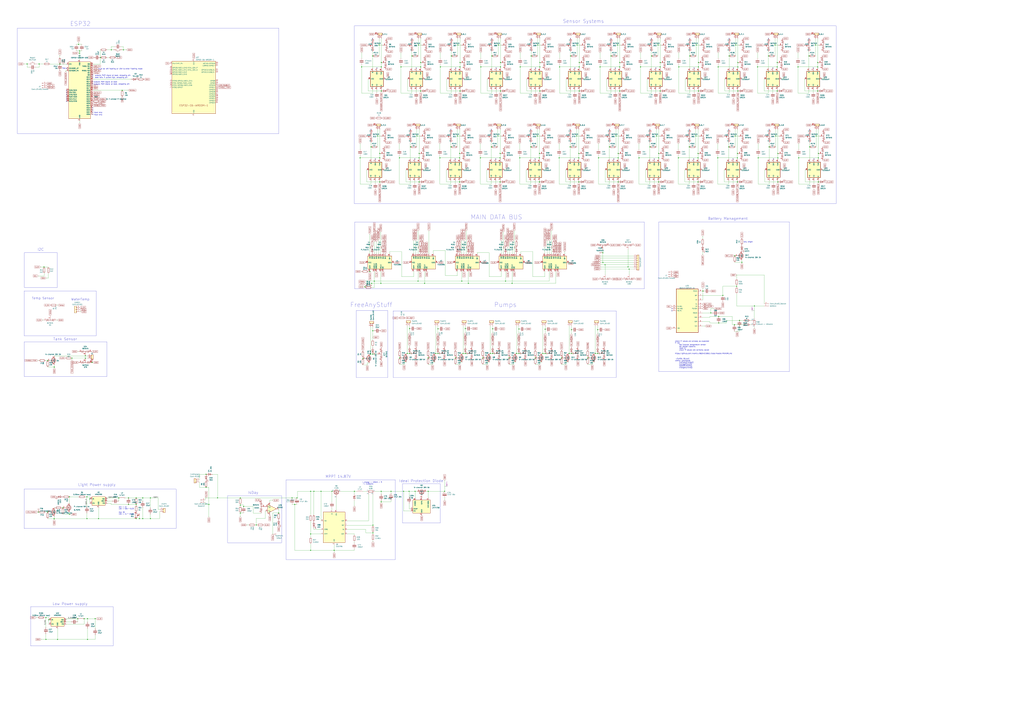
<source format=kicad_sch>
(kicad_sch (version 20230121) (generator eeschema)

  (uuid c26e8d55-0b6e-4c4e-b7c8-b1fed973201c)

  (paper "A0")

  (title_block
    (title "Plant Controller")
    (date "2020-12-21")
    (rev "0.4a")
    (company "C3MA")
  )

  

  (junction (at 242.57 586.105) (diameter 0) (color 0 0 0 0)
    (uuid 006314ff-9060-4674-a7fc-dac02fc6a66c)
  )
  (junction (at 672.592 105.664) (diameter 0) (color 0 0 0 0)
    (uuid 00aa2668-7899-44bb-a923-035a5475c9ad)
  )
  (junction (at 279.019 586.867) (diameter 0) (color 0 0 0 0)
    (uuid 01041127-725b-4ce5-8f58-38fb3fd24a79)
  )
  (junction (at 861.441 304.8) (diameter 0) (color 0 0 0 0)
    (uuid 019516b6-2017-4782-b9e1-e6df47d40092)
  )
  (junction (at 626.872 77.724) (diameter 0) (color 0 0 0 0)
    (uuid 0291157f-d7a2-4e88-97aa-293b4ab12f27)
  )
  (junction (at 110.49 718.82) (diameter 0) (color 0 0 0 0)
    (uuid 044b370d-4a42-4fab-a8a0-78f235931201)
  )
  (junction (at 950.214 183.388) (diameter 0) (color 0 0 0 0)
    (uuid 056f1730-6060-4578-83f3-c630b17a9fd6)
  )
  (junction (at 387.985 639.445) (diameter 0) (color 0 0 0 0)
    (uuid 064498dc-e504-4f86-9f3f-c7515e3a87b5)
  )
  (junction (at 100.965 577.215) (diameter 0) (color 0 0 0 0)
    (uuid 06d8b90d-baa0-4504-baff-642acafdb6f4)
  )
  (junction (at 440.182 52.324) (diameter 0) (color 0 0 0 0)
    (uuid 07c897fb-6e92-46c9-ad9b-9190d0fcc65a)
  )
  (junction (at 488.442 77.724) (diameter 0) (color 0 0 0 0)
    (uuid 08256309-d8fa-4ac4-96ab-6ef0e3d79fe3)
  )
  (junction (at 485.902 52.324) (diameter 0) (color 0 0 0 0)
    (uuid 08466ce7-69b1-4efe-8911-4f365d4c58e1)
  )
  (junction (at 472.948 410.718) (diameter 0) (color 0 0 0 0)
    (uuid 09028f9d-45e1-4366-826a-88a396abe002)
  )
  (junction (at 533.654 178.308) (diameter 0) (color 0 0 0 0)
    (uuid 09096109-fa68-4718-976b-56a87edb3540)
  )
  (junction (at 534.162 77.724) (diameter 0) (color 0 0 0 0)
    (uuid 0937071f-c53c-4d6c-9c38-692d95ed72bb)
  )
  (junction (at 602.488 410.718) (diameter 0) (color 0 0 0 0)
    (uuid 0a372b77-1bd4-4b2a-8539-3c6b9cb168d3)
  )
  (junction (at 239.268 566.293) (diameter 0) (color 0 0 0 0)
    (uuid 0af1c44b-ddbf-4d31-a823-e5834c357558)
  )
  (junction (at 143.256 57.912) (diameter 0) (color 0 0 0 0)
    (uuid 0c801748-df91-4145-83f3-9b19cb585cd0)
  )
  (junction (at 239.268 551.053) (diameter 0) (color 0 0 0 0)
    (uuid 0cbcfcf2-f3b3-4480-9680-29db347f36d4)
  )
  (junction (at 764.032 52.324) (diameter 0) (color 0 0 0 0)
    (uuid 0cc7469e-208a-4a36-9842-4bda7e989b43)
  )
  (junction (at 649.732 77.724) (diameter 0) (color 0 0 0 0)
    (uuid 0d124a42-ca50-4303-8c7d-675efcd05b50)
  )
  (junction (at 533.654 211.328) (diameter 0) (color 0 0 0 0)
    (uuid 0e6c51f3-9cf0-4d39-b867-957514a4cffb)
  )
  (junction (at 100.965 602.615) (diameter 0) (color 0 0 0 0)
    (uuid 0eea3930-0275-4c9f-97c6-e4491faf7ffd)
  )
  (junction (at 442.214 329.184) (diameter 0) (color 0 0 0 0)
    (uuid 100d0f8b-2f86-49dd-861e-b2d9c9a4a2d9)
  )
  (junction (at 810.514 211.328) (diameter 0) (color 0 0 0 0)
    (uuid 10a2f627-65be-4790-82c7-23fc30f1ebc8)
  )
  (junction (at 879.602 77.724) (diameter 0) (color 0 0 0 0)
    (uuid 1247d154-c222-40a3-bf20-e175c54609e1)
  )
  (junction (at 442.595 582.93) (diameter 0) (color 0 0 0 0)
    (uuid 136b5f16-d5fe-4c8a-8508-0e9ad86f8f43)
  )
  (junction (at 702.564 307.594) (diameter 0) (color 0 0 0 0)
    (uuid 14b6b14d-4e33-4c9c-a6d4-2829760e6cc4)
  )
  (junction (at 454.025 570.865) (diameter 0) (color 0 0 0 0)
    (uuid 15c019f7-a03b-47ae-a51c-abc73c51bd40)
  )
  (junction (at 833.374 183.388) (diameter 0) (color 0 0 0 0)
    (uuid 175fa201-c177-4f58-8dde-d5956f2a16ff)
  )
  (junction (at 438.404 157.988) (diameter 0) (color 0 0 0 0)
    (uuid 18e0c706-cdcf-4ef7-bafe-108bf0d8e7a5)
  )
  (junction (at 719.582 77.724) (diameter 0) (color 0 0 0 0)
    (uuid 1bb5276a-8f0f-410b-abfe-9ff2390407cd)
  )
  (junction (at 764.794 183.388) (diameter 0) (color 0 0 0 0)
    (uuid 1d5fcac9-4a29-4741-87c7-a1f394a7c143)
  )
  (junction (at 700.024 293.624) (diameter 0) (color 0 0 0 0)
    (uuid 1ec24ea8-049a-4547-addf-26eafaa81113)
  )
  (junction (at 297.561 609.981) (diameter 0) (color 0 0 0 0)
    (uuid 1ef17c59-222a-4989-aa08-3c7f869a2700)
  )
  (junction (at 626.872 105.664) (diameter 0) (color 0 0 0 0)
    (uuid 20de1a03-6ad7-4bce-aa43-c7f71c0bd4f4)
  )
  (junction (at 854.202 52.324) (diameter 0) (color 0 0 0 0)
    (uuid 20e9d8a1-6a1d-45fa-8e3f-949a8dfc4446)
  )
  (junction (at 580.644 211.328) (diameter 0) (color 0 0 0 0)
    (uuid 20f249eb-73f1-4c03-a215-0d9ce4b87b04)
  )
  (junction (at 558.292 77.724) (diameter 0) (color 0 0 0 0)
    (uuid 210116a8-ca16-4347-824d-d234d1470ec6)
  )
  (junction (at 430.276 411.48) (diameter 0) (color 0 0 0 0)
    (uuid 2124662e-0101-4907-a279-d22f77f179e9)
  )
  (junction (at 572.008 382.016) (diameter 0) (color 0 0 0 0)
    (uuid 2125b107-250d-44b9-ae2a-63555b15b96b)
  )
  (junction (at 423.926 333.248) (diameter 0) (color 0 0 0 0)
    (uuid 21c9489c-b7e7-411e-8242-06cb982ccdfb)
  )
  (junction (at 717.042 52.324) (diameter 0) (color 0 0 0 0)
    (uuid 2229d344-cb60-4539-b02a-c72401d1ef40)
  )
  (junction (at 693.928 410.718) (diameter 0) (color 0 0 0 0)
    (uuid 225164a2-0641-4a42-83a1-eb3ceb752f37)
  )
  (junction (at 811.022 72.644) (diameter 0) (color 0 0 0 0)
    (uuid 226bed9c-0a6f-4bd0-813b-9392b44d9d1d)
  )
  (junction (at 540.258 381.762) (diameter 0) (color 0 0 0 0)
    (uuid 22b03adb-32c5-4612-9736-645d72daaf12)
  )
  (junction (at 474.98 570.865) (diameter 0) (color 0 0 0 0)
    (uuid 243935e2-4f6a-429d-bbc1-4327fafdf466)
  )
  (junction (at 902.462 72.644) (diameter 0) (color 0 0 0 0)
    (uuid 24d08619-518e-4098-984b-359c175f8d44)
  )
  (junction (at 476.504 170.688) (diameter 0) (color 0 0 0 0)
    (uuid 2743e494-c376-4611-b96b-27e9396dcdfe)
  )
  (junction (at 165.735 578.485) (diameter 0) (color 0 0 0 0)
    (uuid 27bdfd08-9fa2-4018-8386-f5f9458ea23f)
  )
  (junction (at 560.578 415.798) (diameter 0) (color 0 0 0 0)
    (uuid 288439ce-4d40-4524-9a56-c937c30e7f5c)
  )
  (junction (at 104.267 579.628) (diameter 0) (color 0 0 0 0)
    (uuid 2977a76b-3c36-4356-9c23-ef25b0e79774)
  )
  (junction (at 632.968 410.718) (diameter 0) (color 0 0 0 0)
    (uuid 2affe026-8dd0-4fb0-90f9-21a8fa9a4bdc)
  )
  (junction (at 669.544 157.988) (diameter 0) (color 0 0 0 0)
    (uuid 2b3eaa0b-2344-48c6-b38e-464d8b2a5dce)
  )
  (junction (at 486.664 178.308) (diameter 0) (color 0 0 0 0)
    (uuid 2d987caf-ac1d-4744-a3c5-f14501a3c0db)
  )
  (junction (at 810.514 178.308) (diameter 0) (color 0 0 0 0)
    (uuid 2da75737-a4ca-49a8-92da-47dd6a88f47e)
  )
  (junction (at 694.944 183.388) (diameter 0) (color 0 0 0 0)
    (uuid 2dca3751-8e97-49d3-b339-07a6a466870d)
  )
  (junction (at 853.186 297.18) (diameter 0) (color 0 0 0 0)
    (uuid 2e5d7e3a-d510-4703-91de-7e2ba8a4a274)
  )
  (junction (at 62.865 602.615) (diameter 0) (color 0 0 0 0)
    (uuid 30c447cc-ce18-498c-a30a-de1223bde459)
  )
  (junction (at 662.432 65.024) (diameter 0) (color 0 0 0 0)
    (uuid 31e40d4a-0b31-4e6b-9547-6305b5630b68)
  )
  (junction (at 73.025 589.915) (diameter 0) (color 0 0 0 0)
    (uuid 33109daa-b629-475e-bf83-217328126604)
  )
  (junction (at 141.859 104.902) (diameter 0) (color 0 0 0 0)
    (uuid 34635836-75fc-4726-88ba-00c05f9b5f51)
  )
  (junction (at 475.488 410.718) (diameter 0) (color 0 0 0 0)
    (uuid 34e846f7-9dcf-4f40-8420-68c319584cee)
  )
  (junction (at 51.054 310.134) (diameter 0) (color 0 0 0 0)
    (uuid 37004126-8324-4e79-9b08-419ef1721827)
  )
  (junction (at 344.805 578.485) (diameter 0) (color 0 0 0 0)
    (uuid 394a6417-c4c4-43a0-ad22-7a964e628e7d)
  )
  (junction (at 709.422 65.024) (diameter 0) (color 0 0 0 0)
    (uuid 3c301991-dc9e-4f43-9128-66bfd71d7c13)
  )
  (junction (at 279.019 596.138) (diameter 0) (color 0 0 0 0)
    (uuid 3d8fb177-4b5a-4526-95fd-c4109587c044)
  )
  (junction (at 92.456 59.182) (diameter 0) (color 0 0 0 0)
    (uuid 3fb7e5b1-698b-4b54-8155-c08dfe31c42d)
  )
  (junction (at 839.343 343.281) (diameter 0) (color 0 0 0 0)
    (uuid 41246bb7-c8e2-4c38-9094-9b2d2a32bbbe)
  )
  (junction (at 660.908 410.718) (diameter 0) (color 0 0 0 0)
    (uuid 415b2ab4-f4dd-4fee-870b-9ba95dac6a8b)
  )
  (junction (at 766.572 105.664) (diameter 0) (color 0 0 0 0)
    (uuid 4354cd5a-2fed-4af9-af80-8e5138abc8b6)
  )
  (junction (at 440.944 211.328) (diameter 0) (color 0 0 0 0)
    (uuid 4479d223-9a77-4250-8ede-fec47313a2f0)
  )
  (junction (at 158.115 602.615) (diameter 0) (color 0 0 0 0)
    (uuid 44cd3143-c150-4d17-bd07-6ba56767d7c5)
  )
  (junction (at 875.919 355.473) (diameter 0) (color 0 0 0 0)
    (uuid 4508e97c-f8e4-4ecb-9775-d92576a69269)
  )
  (junction (at 846.074 170.688) (diameter 0) (color 0 0 0 0)
    (uuid 45e6ea4d-1ae0-4fdc-823f-0b8b86795711)
  )
  (junction (at 516.255 570.865) (diameter 0) (color 0 0 0 0)
    (uuid 464f670a-23da-4072-9135-c7f8cde45344)
  )
  (junction (at 505.968 410.718) (diameter 0) (color 0 0 0 0)
    (uuid 477944b3-0f91-44bb-99ca-1f00b91186f2)
  )
  (junction (at 741.934 183.388) (diameter 0) (color 0 0 0 0)
    (uuid 4785108c-8558-4438-8cc1-10bc36f1d766)
  )
  (junction (at 511.302 77.724) (diameter 0) (color 0 0 0 0)
    (uuid 48860968-10fd-4376-b0b5-b1e0357fbf1d)
  )
  (junction (at 440.944 178.308) (diameter 0) (color 0 0 0 0)
    (uuid 4acc3ea6-e0bd-49be-9073-184494766951)
  )
  (junction (at 616.204 170.688) (diameter 0) (color 0 0 0 0)
    (uuid 4ba43b26-3cfb-46fa-a35a-6fb114dee778)
  )
  (junction (at 497.078 415.798) (diameter 0) (color 0 0 0 0)
    (uuid 4c43d807-6025-4458-873e-b0e60bc37c3c)
  )
  (junction (at 833.882 77.724) (diameter 0) (color 0 0 0 0)
    (uuid 4cd0c740-4e02-45a2-b036-c71b088c4a0e)
  )
  (junction (at 531.622 52.324) (diameter 0) (color 0 0 0 0)
    (uuid 4f4c6f69-a183-4f84-9d64-6e5dc077d658)
  )
  (junction (at 149.225 578.485) (diameter 0) (color 0 0 0 0)
    (uuid 4fc5b79a-48b8-4875-b2fa-ce2c0b207ed6)
  )
  (junction (at 880.364 183.388) (diameter 0) (color 0 0 0 0)
    (uuid 51396988-d3d0-4ff2-87e4-6f9dbc1220f3)
  )
  (junction (at 572.008 410.718) (diameter 0) (color 0 0 0 0)
    (uuid 547e0024-8ca5-4fd9-9ed0-6e6fa4efe2d1)
  )
  (junction (at 429.514 315.468) (diameter 0) (color 0 0 0 0)
    (uuid 54c228c6-a419-4461-b51c-f4689ab11c16)
  )
  (junction (at 649.224 183.388) (diameter 0) (color 0 0 0 0)
    (uuid 54e7dc2f-bc56-4792-9ac4-117d8dbca40c)
  )
  (junction (at 632.968 382.524) (diameter 0) (color 0 0 0 0)
    (uuid 54f14d31-ee75-4d90-bbd6-d53b9269dae6)
  )
  (junction (at 468.63 570.865) (diameter 0) (color 0 0 0 0)
    (uuid 55707df8-1ce8-4b01-b189-1ba64f13e6d9)
  )
  (junction (at 411.48 570.865) (diameter 0) (color 0 0 0 0)
    (uuid 557c9344-c4f5-407c-87a3-c05772708fc7)
  )
  (junction (at 616.712 65.024) (diameter 0) (color 0 0 0 0)
    (uuid 56f832ea-d1cc-4984-8a8b-0e7133ede2c5)
  )
  (junction (at 543.814 329.184) (diameter 0) (color 0 0 0 0)
    (uuid 571b3a6c-6e61-4f9f-818f-0b28c631e46f)
  )
  (junction (at 858.647 372.237) (diameter 0) (color 0 0 0 0)
    (uuid 571c9066-df12-43af-bb34-ea8f17352e33)
  )
  (junction (at 55.372 418.846) (diameter 0) (color 0 0 0 0)
    (uuid 5a159a05-57fa-411f-9de3-7f0e035fb745)
  )
  (junction (at 161.925 602.615) (diameter 0) (color 0 0 0 0)
    (uuid 5a782664-d096-4b9f-8da4-e576a5adbff8)
  )
  (junction (at 433.07 610.235) (diameter 0) (color 0 0 0 0)
    (uuid 5aef8b40-8452-4805-a5e4-da8d93469853)
  )
  (junction (at 484.124 157.988) (diameter 0) (color 0 0 0 0)
    (uuid 5c0f7831-90bd-4a4c-9d4c-2da3b5672d2b)
  )
  (junction (at 950.214 211.328) (diameter 0) (color 0 0 0 0)
    (uuid 5ceaf71a-e41b-43cf-9440-19b0bfa04e5b)
  )
  (junction (at 464.058 415.798) (diameter 0) (color 0 0 0 0)
    (uuid 5df117be-4263-48e0-a710-5721bdeecfb9)
  )
  (junction (at 581.152 105.664) (diameter 0) (color 0 0 0 0)
    (uuid 5df17aa2-8dfb-48ae-8685-e7ce31adb84a)
  )
  (junction (at 719.582 72.644) (diameter 0) (color 0 0 0 0)
    (uuid 5e07ad26-e150-4199-ab31-eb5040da53d6)
  )
  (junction (at 949.452 72.644) (diameter 0) (color 0 0 0 0)
    (uuid 5fa7f66d-45ff-4878-ba71-365eed5d84cd)
  )
  (junction (at 497.205 570.865) (diameter 0) (color 0 0 0 0)
    (uuid 60684402-d96a-439d-a47a-f1940a639b1b)
  )
  (junction (at 672.084 178.308) (diameter 0) (color 0 0 0 0)
    (uuid 617af57a-6f8e-481b-b79f-b9a3cfaf16ce)
  )
  (junction (at 53.34 742.95) (diameter 0) (color 0 0 0 0)
    (uuid 62e83d49-6450-4f8e-9161-9823cbd9fa8a)
  )
  (junction (at 360.68 639.445) (diameter 0) (color 0 0 0 0)
    (uuid 62e8e510-5776-41a5-b7ef-659764595cf0)
  )
  (junction (at 807.974 157.988) (diameter 0) (color 0 0 0 0)
    (uuid 65204e4c-c54f-4ce3-995b-3b8f72dee35a)
  )
  (junction (at 787.654 183.388) (diameter 0) (color 0 0 0 0)
    (uuid 65736e5b-6052-4c51-af65-3f96debe5037)
  )
  (junction (at 939.292 65.024) (diameter 0) (color 0 0 0 0)
    (uuid 65cbc274-d7cb-42c3-8f8f-60f9d792fdf2)
  )
  (junction (at 670.052 52.324) (diameter 0) (color 0 0 0 0)
    (uuid 66ccc91c-e1df-471f-b2c3-ab0b4c9054c7)
  )
  (junction (at 485.394 326.644) (diameter 0) (color 0 0 0 0)
    (uuid 68f4d8af-c27e-4056-a2a9-dbd2514de570)
  )
  (junction (at 442.595 570.865) (diameter 0) (color 0 0 0 0)
    (uuid 697147b1-0224-4f54-a454-fb14851852a2)
  )
  (junction (at 719.582 105.664) (diameter 0) (color 0 0 0 0)
    (uuid 6b976759-90c3-48f0-a6ef-e59cc04749c7)
  )
  (junction (at 481.965 570.865) (diameter 0) (color 0 0 0 0)
    (uuid 6b9d9747-b3ff-43d2-8486-466834aa4452)
  )
  (junction (at 602.488 382.27) (diameter 0) (color 0 0 0 0)
    (uuid 6c849387-b46a-4c70-adb8-4a7816d1702c)
  )
  (junction (at 903.224 183.388) (diameter 0) (color 0 0 0 0)
    (uuid 6e0838ab-f2e2-49d5-a845-cb60e1e79307)
  )
  (junction (at 137.795 578.485) (diameter 0) (color 0 0 0 0)
    (uuid 6e8888f6-ec84-4dea-a75b-c49e51edec1e)
  )
  (junction (at 586.994 326.644) (diameter 0) (color 0 0 0 0)
    (uuid 6f775e6c-425b-4467-9456-84a9fc9d7d35)
  )
  (junction (at 599.948 410.718) (diameter 0) (color 0 0 0 0)
    (uuid 74872d2f-df92-44ce-a737-7d0693ac46a3)
  )
  (junction (at 252.603 578.485) (diameter 0) (color 0 0 0 0)
    (uuid 74d5e0e4-cd91-4e01-8980-afaf347113fd)
  )
  (junction (at 99.06 413.512) (diameter 0) (color 0 0 0 0)
    (uuid 750169c9-8dda-4196-8b70-7629a1386317)
  )
  (junction (at 754.634 170.688) (diameter 0) (color 0 0 0 0)
    (uuid 755e7c01-7fbd-4b6b-a35b-f8ace9c84059)
  )
  (junction (at 764.794 178.308) (diameter 0) (color 0 0 0 0)
    (uuid 7680ffe6-e942-469f-ba4d-7b9667ad6e1b)
  )
  (junction (at 478.282 65.024) (diameter 0) (color 0 0 0 0)
    (uuid 771c7e99-805a-4e44-85bd-0da8373a89ae)
  )
  (junction (at 524.002 65.024) (diameter 0) (color 0 0 0 0)
    (uuid 77ff220f-b888-4c85-a233-e6d8b49cc4e3)
  )
  (junction (at 385.445 570.865) (diameter 0) (color 0 0 0 0)
    (uuid 792fa4db-0ff6-47c2-b282-e4d8f6701888)
  )
  (junction (at 578.612 52.324) (diameter 0) (color 0 0 0 0)
    (uuid 7ac4fb1b-c515-4587-a49c-80a96e67ee05)
  )
  (junction (at 810.514 183.388) (diameter 0) (color 0 0 0 0)
    (uuid 7b027a2d-0f3a-45a8-ae29-1daaec674f65)
  )
  (junction (at 116.586 66.802) (diameter 0) (color 0 0 0 0)
    (uuid 7b4c2328-723f-468e-a43d-b3b217eaac64)
  )
  (junction (at 418.084 183.388) (diameter 0) (color 0 0 0 0)
    (uuid 7bfb5a0b-e21d-4384-b179-6da39c383739)
  )
  (junction (at 856.234 178.308) (diameter 0) (color 0 0 0 0)
    (uuid 7ca049b0-3853-4bc5-a7c8-0ff4943a4da3)
  )
  (junction (at 707.644 170.688) (diameter 0) (color 0 0 0 0)
    (uuid 7d2ffaa0-e04f-4276-95e0-08660c987bee)
  )
  (junction (at 950.214 178.308) (diameter 0) (color 0 0 0 0)
    (uuid 7d3effd5-eeea-41d3-9fa3-f3e707aa3547)
  )
  (junction (at 66.802 742.95) (diameter 0) (color 0 0 0 0)
    (uuid 7ea02348-2ae2-4ac7-a02a-9029063eb3d7)
  )
  (junction (at 434.594 326.644) (diameter 0) (color 0 0 0 0)
    (uuid 805ba7db-9e85-428e-9f5b-9063e8278c60)
  )
  (junction (at 621.538 415.798) (diameter 0) (color 0 0 0 0)
    (uuid 80f5b8a1-cdbe-4850-a609-339b8c898669)
  )
  (junction (at 729.234 310.134) (diameter 0) (color 0 0 0 0)
    (uuid 819a85d3-cd43-455c-8023-715c1f29dcd2)
  )
  (junction (at 581.152 72.644) (diameter 0) (color 0 0 0 0)
    (uuid 8225e333-80d8-4295-ae81-9381467a8852)
  )
  (junction (at 80.645 577.215) (diameter 0) (color 0 0 0 0)
    (uuid 82572895-6594-489b-b5dd-a8b4d09bcb09)
  )
  (junction (at 856.234 211.328) (diameter 0) (color 0 0 0 0)
    (uuid 82ffee17-895e-431b-b599-2c6c2410e332)
  )
  (junction (at 97.79 718.82) (diameter 0) (color 0 0 0 0)
    (uuid 843e9870-799e-444a-a4e6-716ced5cbe43)
  )
  (junction (at 604.012 77.724) (diameter 0) (color 0 0 0 0)
    (uuid 863e1d95-9eac-44c6-be76-0633996c7555)
  )
  (junction (at 510.794 183.388) (diameter 0) (color 0 0 0 0)
    (uuid 88ab3f5d-2458-416d-9091-2696065ca0ec)
  )
  (junction (at 762.254 157.988) (diameter 0) (color 0 0 0 0)
    (uuid 88fd008b-8f19-40b4-b0f2-463d33ee4f9c)
  )
  (junction (at 892.302 65.024) (diameter 0) (color 0 0 0 0)
    (uuid 89afa966-b2d1-4c49-9b36-f745e856f709)
  )
  (junction (at 442.722 77.724) (diameter 0) (color 0 0 0 0)
    (uuid 89d548a8-bdb5-4e23-a199-0bbbedd4997d)
  )
  (junction (at 364.49 570.865) (diameter 0) (color 0 0 0 0)
    (uuid 8badbd3a-472d-49c6-9995-2681ebcad861)
  )
  (junction (at 672.084 211.328) (diameter 0) (color 0 0 0 0)
    (uuid 8c093cb3-77f3-4dda-9697-194f266a7e72)
  )
  (junction (at 947.674 157.988) (diameter 0) (color 0 0 0 0)
    (uuid 8d07beb1-b6f8-4a89-9393-a69158aac925)
  )
  (junction (at 83.566 416.052) (diameter 0) (color 0 0 0 0)
    (uuid 8dbf3f53-4dbe-4577-8253-5d3d05e20a7d)
  )
  (junction (at 528.828 415.798) (diameter 0) (color 0 0 0 0)
    (uuid 8ddc18df-7f6d-40fe-971f-5b7ea913cac2)
  )
  (junction (at 743.712 77.724) (diameter 0) (color 0 0 0 0)
    (uuid 8debd7b6-0066-4169-b949-daab0e7da110)
  )
  (junction (at 623.824 157.988) (diameter 0) (color 0 0 0 0)
    (uuid 8ef3e30c-42b6-465f-a448-23fe6906f0b2)
  )
  (junction (at 442.722 105.664) (diameter 0) (color 0 0 0 0)
    (uuid 8ff62b5c-bc77-4820-888f-4a6ece745d24)
  )
  (junction (at 56.642 720.09) (diameter 0) (color 0 0 0 0)
    (uuid 9330ab14-2e88-49fc-b8ec-647acef19c05)
  )
  (junction (at 949.452 105.664) (diameter 0) (color 0 0 0 0)
    (uuid 93a355b3-4747-473b-8431-31e17aa68877)
  )
  (junction (at 432.562 65.024) (diameter 0) (color 0 0 0 0)
    (uuid 9576a06f-b593-41da-bbfe-e06c442136f2)
  )
  (junction (at 626.872 72.644) (diameter 0) (color 0 0 0 0)
    (uuid 9663c610-3dc9-497c-93a1-678b867c2886)
  )
  (junction (at 158.115 586.105) (diameter 0) (color 0 0 0 0)
    (uuid 96f15460-13f3-4312-89f8-b71934eaedb8)
  )
  (junction (at 114.427 602.615) (diameter 0) (color 0 0 0 0)
    (uuid 977868cb-abe1-483f-8f43-5a8a20726067)
  )
  (junction (at 557.784 183.388) (diameter 0) (color 0 0 0 0)
    (uuid 993535bb-5b30-47db-aafd-1534a34e630a)
  )
  (junction (at 899.922 52.324) (diameter 0) (color 0 0 0 0)
    (uuid 9cc7a172-ae49-4913-9055-39d5ef3fef9f)
  )
  (junction (at 756.412 65.024) (diameter 0) (color 0 0 0 0)
    (uuid 9d33b90f-13aa-446e-a5f9-263ea35835eb)
  )
  (junction (at 902.462 105.664) (diameter 0) (color 0 0 0 0)
    (uuid 9ebfcd01-ea5d-49db-84aa-d06db7dd8cc0)
  )
  (junction (at 811.022 105.664) (diameter 0) (color 0 0 0 0)
    (uuid 9f152d33-fbfb-4f9a-bb8c-6fce1e7aba66)
  )
  (junction (at 800.354 170.688) (diameter 0) (color 0 0 0 0)
    (uuid a11f2e2b-c0ca-452c-864a-0a4b38092ab8)
  )
  (junction (at 663.448 383.032) (diameter 0) (color 0 0 0 0)
    (uuid a1d7e5c8-d217-457c-b56c-ecad97fd4c0e)
  )
  (junction (at 949.452 77.724) (diameter 0) (color 0 0 0 0)
    (uuid a20fdc64-be45-4cca-94be-3e663d9612b6)
  )
  (junction (at 691.388 410.718) (diameter 0) (color 0 0 0 0)
    (uuid a29c0663-342d-4535-aac0-b31dad8318cf)
  )
  (junction (at 488.442 105.664) (diameter 0) (color 0 0 0 0)
    (uuid a2d0682d-d97e-4a7b-a7ed-fcacc763e719)
  )
  (junction (at 129.286 57.912) (diameter 0) (color 0 0 0 0)
    (uuid a3104c80-278d-416a-b409-fd08d784c6c7)
  )
  (junction (at 486.664 211.328) (diameter 0) (color 0 0 0 0)
    (uuid a3f773d2-5e55-434e-8f14-034d1dd22cd2)
  )
  (junction (at 570.484 170.688) (diameter 0) (color 0 0 0 0)
    (uuid a481edbc-753e-459d-be51-d15b582ed0dc)
  )
  (junction (at 488.442 72.644) (diameter 0) (color 0 0 0 0)
    (uuid a51dad76-ee1b-420e-ab4a-b57bb17c6457)
  )
  (junction (at 717.804 211.328) (diameter 0) (color 0 0 0 0)
    (uuid a52b9040-29e8-4f09-9c60-871ac2718a13)
  )
  (junction (at 508.508 410.718) (diameter 0) (color 0 0 0 0)
    (uuid a685894a-983c-450f-b9c3-4d7e6d929974)
  )
  (junction (at 174.625 602.615) (diameter 0) (color 0 0 0 0)
    (uuid a70da482-a861-4e2f-9d2b-6183a6f0f87e)
  )
  (junction (at 44.704 594.995) (diameter 0) (color 0 0 0 0)
    (uuid a757038c-5365-4452-9233-cd270451996f)
  )
  (junction (at 531.114 157.988) (diameter 0) (color 0 0 0 0)
    (uuid a87df46c-4cff-4236-9f4f-14695f384b58)
  )
  (junction (at 433.07 619.125) (diameter 0) (color 0 0 0 0)
    (uuid a8c1d291-f95c-499f-a8f0-8d347b07d19e)
  )
  (junction (at 372.745 570.865) (diameter 0) (color 0 0 0 0)
    (uuid a90e40e7-9f3e-4a7e-bc30-d292bc1ab9ed)
  )
  (junction (at 360.68 570.865) (diameter 0) (color 0 0 0 0)
    (uuid a918e227-4862-4ef1-b1b4-1ecbab47421d)
  )
  (junction (at 672.592 72.644) (diameter 0) (color 0 0 0 0)
    (uuid a986dba8-d929-48dd-9e7a-f344bbf05228)
  )
  (junction (at 106.934 421.132) (diameter 0) (color 0 0 0 0)
    (uuid a99f2dd3-1db5-4646-bd5d-42af73cee85a)
  )
  (junction (at 661.924 170.688) (diameter 0) (color 0 0 0 0)
    (uuid aa09def5-302a-4ac5-9e1e-619a3c3908a6)
  )
  (junction (at 342.265 586.105) (diameter 0) (color 0 0 0 0)
    (uuid aa0d7669-67ff-4603-888b-7d15a03d73a6)
  )
  (junction (at 158.115 578.485) (diameter 0) (color 0 0 0 0)
    (uuid aa659c87-6d9f-4a94-913b-ec00337baaa9)
  )
  (junction (at 717.804 183.388) (diameter 0) (color 0 0 0 0)
    (uuid aae34ba1-f38d-4bd3-b9e2-391e50953d3f)
  )
  (junction (at 149.225 586.105) (diameter 0) (color 0 0 0 0)
    (uuid ab83cc7b-a4bb-42ce-806a-ad57b1f1f16f)
  )
  (junction (at 816.229 338.201) (diameter 0) (color 0 0 0 0)
    (uuid abed498a-7286-4258-a6a3-0ad40837fa9c)
  )
  (junction (at 282.829 588.518) (diameter 0) (color 0 0 0 0)
    (uuid ac18742b-0669-4417-bf96-99d1ab0ff75f)
  )
  (junction (at 682.498 415.798) (diameter 0) (color 0 0 0 0)
    (uuid ac6041ae-1077-46a6-b33a-6e568b0f7d89)
  )
  (junction (at 463.804 183.388) (diameter 0) (color 0 0 0 0)
    (uuid acddd3cc-48f7-46ee-975a-53caf82611b3)
  )
  (junction (at 903.224 211.328) (diameter 0) (color 0 0 0 0)
    (uuid ad39dec3-1625-482d-88d3-f5ff87a4c3b7)
  )
  (junction (at 508.508 382.016) (diameter 0) (color 0 0 0 0)
    (uuid ae161ff6-e303-4db5-b037-b1f45682a4bb)
  )
  (junction (at 419.862 77.724) (diameter 0) (color 0 0 0 0)
    (uuid ae74cbfc-b1c5-4ed6-b903-3e540362c04d)
  )
  (junction (at 486.664 183.388) (diameter 0) (color 0 0 0 0)
    (uuid af19a906-bdca-4144-82f2-e4cf11d12528)
  )
  (junction (at 696.722 77.724) (diameter 0) (color 0 0 0 0)
    (uuid b07eef50-598d-482e-a424-e47cc97fdc9a)
  )
  (junction (at 856.234 183.388) (diameter 0) (color 0 0 0 0)
    (uuid b0d18b80-4e26-4a1b-9efa-cbea5878e011)
  )
  (junction (at 534.162 72.644) (diameter 0) (color 0 0 0 0)
    (uuid b3193f61-4fd1-4f1f-b523-221742d8fc6a)
  )
  (junction (at 323.596 596.011) (diameter 0) (color 0 0 0 0)
    (uuid b3465a47-f032-463a-8cb4-a402cd509d71)
  )
  (junction (at 594.614 329.184) (diameter 0) (color 0 0 0 0)
    (uuid b491ef7e-d4fc-40bc-b76f-5d1efaed3d79)
  )
  (junction (at 603.504 183.388) (diameter 0) (color 0 0 0 0)
    (uuid b64957d5-8ce0-43d6-9587-6f71112a6b09)
  )
  (junction (at 940.054 170.688) (diameter 0) (color 0 0 0 0)
    (uuid b6c9f8c6-65fe-4bf3-8ed5-c36dad43bbac)
  )
  (junction (at 808.482 52.324) (diameter 0) (color 0 0 0 0)
    (uuid b73b586a-1e15-476d-b602-92b2edb424a4)
  )
  (junction (at 465.582 77.724) (diameter 0) (color 0 0 0 0)
    (uuid baaa3d38-45c3-47b1-9b56-f65b42bae8ff)
  )
  (junction (at 903.224 178.308) (diameter 0) (color 0 0 0 0)
    (uuid bbebfda1-bd5b-4c84-a509-2953f28b59de)
  )
  (junction (at 534.162 105.664) (diameter 0) (color 0 0 0 0)
    (uuid bfa35e35-8afe-43b6-8b84-34812569540d)
  )
  (junction (at 570.992 65.024) (diameter 0) (color 0 0 0 0)
    (uuid bfa9bba0-8687-46b7-9688-b568b8fbf2d8)
  )
  (junction (at 533.654 183.388) (diameter 0) (color 0 0 0 0)
    (uuid c00d984e-2e86-4935-9669-b4e2e09d259a)
  )
  (junction (at 80.645 597.535) (diameter 0) (color 0 0 0 0)
    (uuid c1341956-3e76-4b89-ab41-469a1db0015c)
  )
  (junction (at 663.448 410.718) (diameter 0) (color 0 0 0 0)
    (uuid c1611925-d0ac-42a4-83ae-6844b1cb71e3)
  )
  (junction (at 672.084 183.388) (diameter 0) (color 0 0 0 0)
    (uuid c2314641-f31c-4508-af78-2f57e4a7f505)
  )
  (junction (at 717.804 178.308) (diameter 0) (color 0 0 0 0)
    (uuid c23641d5-260f-4ad0-be8f-016a083bf6ef)
  )
  (junction (at 99.06 416.052) (diameter 0) (color 0 0 0 0)
    (uuid c2c812ed-41b4-4200-984f-e76eae1d14de)
  )
  (junction (at 45.466 74.295) (diameter 0) (color 0 0 0 0)
    (uuid c39add44-ba76-41fb-8f18-28fa0366e282)
  )
  (junction (at 536.194 326.644) (diameter 0) (color 0 0 0 0)
    (uuid c42e1dcf-3c54-4be7-944c-4e798c674b09)
  )
  (junction (at 578.104 157.988) (diameter 0) (color 0 0 0 0)
    (uuid c49e5141-a8c3-445b-9e93-85da32f8107b)
  )
  (junction (at 475.488 381.762) (diameter 0) (color 0 0 0 0)
    (uuid c6d07995-bb57-4c01-9d40-c8c408016a09)
  )
  (junction (at 846.582 65.024) (diameter 0) (color 0 0 0 0)
    (uuid c76a3b96-2cb3-4fc8-b488-0dcca3440df1)
  )
  (junction (at 101.6 742.95) (diameter 0) (color 0 0 0 0)
    (uuid cac620f5-0af6-41f8-9844-d9f07ee0c129)
  )
  (junction (at 360.68 620.395) (diameter 0) (color 0 0 0 0)
    (uuid caf08951-498e-42d7-836c-4ada133aecad)
  )
  (junction (at 432.816 384.302) (diameter 0) (color 0 0 0 0)
    (uuid cbfbbc2e-484a-4954-8dc2-c7386c5d1301)
  )
  (junction (at 442.722 72.644) (diameter 0) (color 0 0 0 0)
    (uuid cc1742d7-8664-42cd-9d15-cf8aeaa0b9a8)
  )
  (junction (at 834.517 367.665) (diameter 0) (color 0 0 0 0)
    (uuid cc2cd7a1-fffc-47d8-9f80-fed0488b65e2)
  )
  (junction (at 53.34 717.55) (diameter 0) (color 0 0 0 0)
    (uuid cc922bc0-96bd-4b17-b53a-b9b1b8fdaebf)
  )
  (junction (at 766.572 72.644) (diameter 0) (color 0 0 0 0)
    (uuid ce01895a-fa9a-4896-b7f2-fef5868cf82b)
  )
  (junction (at 927.354 183.388) (diameter 0) (color 0 0 0 0)
    (uuid cf763fe7-b793-477f-8b36-cf7f7ea16c7d)
  )
  (junction (at 652.018 415.798) (diameter 0) (color 0 0 0 0)
    (uuid d0ccfc37-9d2e-4994-b901-fab6c387aa2a)
  )
  (junction (at 946.912 52.324) (diameter 0) (color 0 0 0 0)
    (uuid d0de847b-b27b-499b-ba58-ccb6ddef554b)
  )
  (junction (at 165.735 602.615) (diameter 0) (color 0 0 0 0)
    (uuid d17c286e-9606-4cb2-902a-10021903ed9a)
  )
  (junction (at 766.572 77.724) (diameter 0) (color 0 0 0 0)
    (uuid d19f645d-0776-4567-83ac-422b741007b2)
  )
  (junction (at 31.496 74.295) (diameter 0) (color 0 0 0 0)
    (uuid d2b0a197-1410-44de-bdc3-e63959ff5b39)
  )
  (junction (at 855.345 332.613) (diameter 0) (color 0 0 0 0)
    (uuid d5d6a42c-48b3-4a54-a79b-12276d91096b)
  )
  (junction (at 811.022 77.724) (diameter 0) (color 0 0 0 0)
    (uuid d6249b35-f815-4a16-b140-ef126a1eaecd)
  )
  (junction (at 62.992 426.466) (diameter 0) (color 0 0 0 0)
    (uuid d6db9766-b81b-4a66-bc0a-843f0aeb559b)
  )
  (junction (at 693.928 383.032) (diameter 0) (color 0 0 0 0)
    (uuid d776c8dc-ee54-41b4-8224-e7ddbf0679dc)
  )
  (junction (at 523.494 170.688) (diameter 0) (color 0 0 0 0)
    (uuid d8a00944-9420-4f81-bd75-7b3b2297eab4)
  )
  (junction (at 834.517 375.285) (diameter 0) (color 0 0 0 0)
    (uuid da137c69-6bb9-4555-bf7f-fd4ad6c5fd06)
  )
  (junction (at 624.332 52.324) (diameter 0) (color 0 0 0 0)
    (uuid dad7c4d9-e9a4-490d-a74d-9ca70d83b08c)
  )
  (junction (at 591.058 415.798) (diameter 0) (color 0 0 0 0)
    (uuid db8fa153-556e-4fc4-a8b6-63a7062d08ed)
  )
  (junction (at 101.6 718.82) (diameter 0) (color 0 0 0 0)
    (uuid dd5d2f91-6f31-4419-a01a-1ac3389098ab)
  )
  (junction (at 339.09 578.485) (diameter 0) (color 0 0 0 0)
    (uuid dda3d65b-6f54-4ee4-b1a0-dc35f1b01992)
  )
  (junction (at 626.364 211.328) (diameter 0) (color 0 0 0 0)
    (uuid ddaac910-dbbc-4f71-93d1-4ca36cfe2a9e)
  )
  (junction (at 672.592 77.724) (diameter 0) (color 0 0 0 0)
    (uuid de83de5a-2769-4a7b-8454-7c9ad5a2b4b5)
  )
  (junction (at 90.17 718.82) (diameter 0) (color 0 0 0 0)
    (uuid de92b6a6-7a53-41cb-a051-66e1e7d1d440)
  )
  (junction (at 764.794 211.328) (diameter 0) (color 0 0 0 0)
    (uuid df43b5b0-9fac-41e5-8b6d-c827e0a474e8)
  )
  (junction (at 800.862 65.024) (diameter 0) (color 0 0 0 0)
    (uuid e10fea58-570d-4a9b-90af-35f26f3417bf)
  )
  (junction (at 715.264 157.988) (diameter 0) (color 0 0 0 0)
    (uuid e15599b4-8463-4c6f-81a0-0908e1c3655c)
  )
  (junction (at 856.742 77.724) (diameter 0) (color 0 0 0 0)
    (uuid e1f7dc3d-d866-47bb-80f9-8771d06a7ca2)
  )
  (junction (at 440.944 183.388) (diameter 0) (color 0 0 0 0)
    (uuid e3a331e8-76ad-4e3b-bda8-304e7637c83a)
  )
  (junction (at 421.386 416.56) (diameter 0) (color 0 0 0 0)
    (uuid e3bac401-521f-443a-951f-18f502070861)
  )
  (junction (at 581.152 77.724) (diameter 0) (color 0 0 0 0)
    (uuid e419400e-376b-44f2-b4bb-12e390e6ddd4)
  )
  (junction (at 493.014 329.184) (diameter 0) (color 0 0 0 0)
    (uuid e464f851-f7e1-4e95-b3ff-5a5e1e06a88d)
  )
  (junction (at 174.625 578.485) (diameter 0) (color 0 0 0 0)
    (uuid e48746df-7668-499a-98dc-b9ffcda2bccd)
  )
  (junction (at 55.245 594.995) (diameter 0) (color 0 0 0 0)
    (uuid e4c2dbc9-3598-4718-afb3-500c7ff75445)
  )
  (junction (at 540.258 410.718) (diameter 0) (color 0 0 0 0)
    (uuid e6344c4b-5e26-4315-8e1d-efd642df3581)
  )
  (junction (at 700.024 305.054) (diameter 0) (color 0 0 0 0)
    (uuid e86900c0-86ce-4777-88bb-4f9ecf777fc0)
  )
  (junction (at 902.462 77.724) (diameter 0) (color 0 0 0 0)
    (uuid e8d1e477-9845-4864-aec9-213dc6145eeb)
  )
  (junction (at 856.742 72.644) (diameter 0) (color 0 0 0 0)
    (uuid e8d7404e-e887-42ff-8a1c-10a0d9ed18b4)
  )
  (junction (at 900.684 157.988) (diameter 0) (color 0 0 0 0)
    (uuid e971213c-4a53-47a4-a45d-5a5356b582ff)
  )
  (junction (at 825.373 363.601) (diameter 0) (color 0 0 0 0)
    (uuid ea2ed474-b80c-41c1-b8f5-085b08547d63)
  )
  (junction (at 852.805 377.317) (diameter 0) (color 0 0 0 0)
    (uuid ea4d2cbb-15b1-43ba-9c85-87d68b81d9f6)
  )
  (junction (at 432.816 411.48) (diameter 0) (color 0 0 0 0)
    (uuid ea81a12e-80a8-4055-a8fc-17c9562b0042)
  )
  (junction (at 431.546 329.184) (diameter 0) (color 0 0 0 0)
    (uuid eb134ef6-0e32-46e8-9263-d8797dfe432d)
  )
  (junction (at 926.592 77.724) (diameter 0) (color 0 0 0 0)
    (uuid ecf449a7-fc0d-4efa-963a-831e33aef54e)
  )
  (junction (at 69.596 74.422) (diameter 0) (color 0 0 0 0)
    (uuid ed603a96-a752-490d-9f6b-e11a5c28a267)
  )
  (junction (at 92.456 61.722) (diameter 0) (color 0 0 0 0)
    (uuid edd1736e-ff47-4d38-b8f9-f61bce7c4081)
  )
  (junction (at 630.428 410.718) (diameter 0) (color 0 0 0 0)
    (uuid ee4ab3a4-59f7-4db1-a482-501b9cb3788f)
  )
  (junction (at 730.504 312.674) (diameter 0) (color 0 0 0 0)
    (uuid ef25ea8a-6f53-4ead-85fb-dc902e324c3a)
  )
  (junction (at 580.644 183.388) (diameter 0) (color 0 0 0 0)
    (uuid f1272b66-8075-42fc-bf0c-6e346953ad6b)
  )
  (junction (at 91.186 51.562) (diameter 0) (color 0 0 0 0)
    (uuid f1a67806-2122-488a-be9e-3def99cac9b4)
  )
  (junction (at 537.718 410.718) (diameter 0) (color 0 0 0 0)
    (uuid f33c1570-2595-49f1-9ca5-56aecadb8578)
  )
  (junction (at 626.364 183.388) (diameter 0) (color 0 0 0 0)
    (uuid f542d3c1-6837-4fd6-9838-6cb45be1a894)
  )
  (junction (at 788.162 77.724) (diameter 0) (color 0 0 0 0)
    (uuid f6f7afda-f4c8-4245-ac2e-b78c2517fbac)
  )
  (junction (at 626.364 178.308) (diameter 0) (color 0 0 0 0)
    (uuid f717411f-7b07-4a93-93d4-7e15cf2b02d9)
  )
  (junction (at 580.644 178.308) (diameter 0) (color 0 0 0 0)
    (uuid f7be6bf5-d874-49d9-8cad-a30c307241dc)
  )
  (junction (at 856.742 105.664) (diameter 0) (color 0 0 0 0)
    (uuid f8a2b97e-3658-49c0-8412-29559c3493ee)
  )
  (junction (at 279.019 578.485) (diameter 0) (color 0 0 0 0)
    (uuid f8a38d46-96e6-4602-a5ef-273ebd874162)
  )
  (junction (at 853.694 157.988) (diameter 0) (color 0 0 0 0)
    (uuid fb42e88d-8d7d-43e1-8939-83e98032ab68)
  )
  (junction (at 893.064 170.688) (diameter 0) (color 0 0 0 0)
    (uuid fb684483-d9bc-41de-8888-d0e675641ada)
  )
  (junction (at 430.784 170.688) (diameter 0) (color 0 0 0 0)
    (uuid fbe7dca1-660d-4061-b166-25bbcc48b210)
  )
  (junction (at 569.468 410.718) (diameter 0) (color 0 0 0 0)
    (uuid ff4c02dc-5696-44f6-8008-5806e9acfc7a)
  )

  (no_connect (at 893.064 150.368) (uuid 01c125e6-ec53-4633-88fa-dd55fb44ae93))
  (no_connect (at 570.992 44.704) (uuid 061b33c8-aa2e-49d2-9865-2aaebac14a2d))
  (no_connect (at 107.696 125.222) (uuid 075de816-3345-4ce7-a711-6e862b1c0c78))
  (no_connect (at 107.696 132.842) (uuid 08c55ee0-208e-4aec-be2c-106609340a69))
  (no_connect (at 805.434 184.658) (uuid 17f3aa26-0cee-43da-b6db-eb5b83d89ae8))
  (no_connect (at 77.216 107.442) (uuid 19d66928-bda5-4bfe-b957-c856ac5ad187))
  (no_connect (at 621.284 184.658) (uuid 1a1bc7ec-3b32-48c1-b0e2-7402162a52e4))
  (no_connect (at 846.074 150.368) (uuid 1fa2c763-9aa6-4ff2-8647-8e92aee90695))
  (no_connect (at 759.714 184.658) (uuid 284f4237-b0f0-4469-8523-b4b588c97e09))
  (no_connect (at 616.204 150.368) (uuid 2a815355-76df-42df-b92e-17f837fefd6a))
  (no_connect (at 780.161 361.061) (uuid 301f968e-2ec8-4ccb-9484-9b52fd4c2f33))
  (no_connect (at 712.724 184.658) (uuid 31d0028d-e7ea-404c-8b0d-893579ef2438))
  (no_connect (at 107.696 97.282) (uuid 3ae2453c-2c44-4c03-8e04-dd8dfa801a37))
  (no_connect (at 107.696 87.122) (uuid 3e48819e-df8b-437a-9230-352a4e658f8e))
  (no_connect (at 77.216 112.522) (uuid 42fae2ce-f659-4d59-8e57-c071de4c5d5f))
  (no_connect (at 707.644 150.368) (uuid 5176f2dc-fa41-4b18-9b12-a1901ad8d6a5))
  (no_connect (at 77.216 117.602) (uuid 563ec06a-d902-4a6b-a4a3-baef45fd6bb9))
  (no_connect (at 575.564 184.658) (uuid 576af7fa-b58f-4dad-94fa-6fe5f587b0e1))
  (no_connect (at 481.584 184.658) (uuid 57bf79d6-a4cb-42b0-a62a-75c570e33632))
  (no_connect (at 107.696 89.662) (uuid 5856fa46-fffe-408f-9767-25d1d2771b65))
  (no_connect (at 435.864 184.658) (uuid 589b955f-5d2d-4bfd-8a7a-3f5347de7da4))
  (no_connect (at 851.662 78.994) (uuid 597de350-6fb4-4002-b077-759747dfb7ee))
  (no_connect (at 846.582 44.704) (uuid 5c3c3782-c568-4587-aa10-11942faf5627))
  (no_connect (at 476.504 150.368) (uuid 5cfe3203-47e7-48fc-a2d8-aa65061c4b66))
  (no_connect (at 851.154 184.658) (uuid 6b0bb661-b913-4be2-b9f5-57aac2271147))
  (no_connect (at 77.216 104.902) (uuid 6c3214c0-3bc6-4b0d-8a5d-df2fc87430cd))
  (no_connect (at 897.382 78.994) (uuid 6e7b0a34-aa20-44f6-9e2f-92cfb55337ce))
  (no_connect (at 107.696 94.742) (uuid 70ffc0d0-f369-4135-8527-f113bc1ef977))
  (no_connect (at 77.216 79.502) (uuid 736b7746-687f-4089-9f72-4abdd4bcfd0b))
  (no_connect (at 107.696 130.302) (uuid 7aebeb32-b94b-470d-9727-edbae3ec668b))
  (no_connect (at 940.054 150.368) (uuid 7ba615be-3580-4e3c-9e60-478e241ed4de))
  (no_connect (at 892.302 44.704) (uuid 7e847a03-ebec-4c2b-beda-050cb81a0d8a))
  (no_connect (at 570.484 150.368) (uuid 7f6b5c35-7ef7-4de0-866e-edad045f310d))
  (no_connect (at 524.002 44.704) (uuid 831b423c-41c4-4764-a841-3c03485b918e))
  (no_connect (at 478.282 44.704) (uuid 8944ba38-389e-4f75-9b1b-573f95f77f4b))
  (no_connect (at 939.292 44.704) (uuid 91791d29-2ad4-4f59-937c-bc3c7c400373))
  (no_connect (at 761.492 78.994) (uuid 9ad5368d-0805-466b-8f07-b29f4cb526e6))
  (no_connect (at 621.792 78.994) (uuid a759335a-21be-4934-9b16-c8d6ad7f14d8))
  (no_connect (at 662.432 44.704) (uuid a7acf586-cfa1-4414-b13f-20f417944412))
  (no_connect (at 898.144 184.658) (uuid a91fc3a9-b5a0-4730-8f99-5b6da4cebc44))
  (no_connect (at 661.924 150.368) (uuid a9fb33e1-5c88-410e-8332-f7ef3dd0b404))
  (no_connect (at 667.004 184.658) (uuid aa757b47-8cd6-4d5d-91e5-58cf4b75a914))
  (no_connect (at 576.072 78.994) (uuid b7cc2e04-623a-401b-96ba-cbf8174a24b5))
  (no_connect (at 523.494 150.368) (uuid bb9d7f82-4e28-40c2-8e57-34787c2c3d7b))
  (no_connect (at 709.422 44.704) (uuid bcb68089-315e-4252-95d5-34d7d17bc0f3))
  (no_connect (at 77.216 115.062) (uuid beffeb0d-4065-4029-b309-a5ae9c6104cb))
  (no_connect (at 780.161 358.521) (uuid bfbcf357-a418-4f1e-bc29-ca100b7597a9))
  (no_connect (at 800.862 44.704) (uuid bfd0a3c5-804b-4072-b679-4ec36d0f9391))
  (no_connect (at 944.372 78.994) (uuid c46ed603-e68c-4b2e-80ad-aac08b1eedaf))
  (no_connect (at 77.216 109.982) (uuid c8e63aba-f5de-405f-bb3f-123cc9ae967b))
  (no_connect (at 714.502 78.994) (uuid c9393c3d-29c6-4bdc-ae25-2398f1da7523))
  (no_connect (at 107.696 127.762) (uuid d158c890-4e7e-4fb9-aae7-d9f35b2d50c8))
  (no_connect (at 805.942 78.994) (uuid d5eec337-a35a-4f0b-bb35-13f1d6dd4dda))
  (no_connect (at 529.082 78.994) (uuid db7c9e20-efa0-4cc4-a048-228a6ad94357))
  (no_connect (at 616.712 44.704) (uuid ddea6d88-9665-46ac-abae-cb05cd9a1db7))
  (no_connect (at 437.642 78.994) (uuid df96d16e-52c8-4153-951f-9d6873e4a259))
  (no_connect (at 432.562 44.704) (uuid e1bd5d3e-75ca-48de-b065-9dd8c24e27c4))
  (no_connect (at 483.362 78.994) (uuid e596acb8-d126-4fa9-a73d-6b3cd2af66a1))
  (no_connect (at 800.354 150.368) (uuid e707dd09-8f01-4862-b594-eee56ae744b1))
  (no_connect (at 667.512 78.994) (uuid eb5c7e17-af57-44df-bc9c-4ecab81fe959))
  (no_connect (at 756.412 44.704) (uuid f0074e86-b2cf-4f94-8756-09d0e37d6edf))
  (no_connect (at 945.134 184.658) (uuid fafdd14f-78f6-454c-88c4-0a0b1dc056a1))
  (no_connect (at 754.634 150.368) (uuid fcd61735-5c13-4a0e-b197-8f222f41c273))
  (no_connect (at 430.784 150.368) (uuid fd2542ef-21c3-46dc-aa1e-8910b974bf54))
  (no_connect (at 528.574 184.658) (uuid ff2c59ec-6d80-4996-84a1-4d5b156610cc))

  (wire (pts (xy 51.181 317.627) (xy 51.181 320.548))
    (stroke (width 0) (type default))
    (uuid 003b740f-4a16-46ca-93c7-dff311fe3df9)
  )
  (wire (pts (xy 887.349 355.473) (xy 875.919 355.473))
    (stroke (width 0) (type default))
    (uuid 0053f506-cadc-47e6-8f90-63918ab6e01c)
  )
  (wire (pts (xy 76.962 720.09) (xy 76.962 718.82))
    (stroke (width 0) (type default))
    (uuid 00544d92-b95c-48ab-bded-20aed4215a84)
  )
  (wire (pts (xy 618.744 321.564) (xy 632.714 321.564))
    (stroke (width 0) (type default))
    (uuid 008ff212-e3c7-4892-8d2a-8fb0dc7af69d)
  )
  (wire (pts (xy 432.562 104.394) (xy 432.562 108.204))
    (stroke (width 0) (type default))
    (uuid 00a0ca28-2c6e-4e14-8752-c7e1c96e3527)
  )
  (wire (pts (xy 473.202 91.694) (xy 473.202 105.664))
    (stroke (width 0) (type default))
    (uuid 00c19da1-5ded-4322-a3d4-c2e4995c196a)
  )
  (wire (pts (xy 523.494 165.608) (xy 523.494 170.688))
    (stroke (width 0) (type default))
    (uuid 00ec5d05-26af-43c0-aa70-ec04ee950fc8)
  )
  (wire (pts (xy 843.407 375.285) (xy 834.517 375.285))
    (stroke (width 0) (type default))
    (uuid 0138e388-dcd3-4184-8aff-8bcdb067e52f)
  )
  (wire (pts (xy 486.664 150.368) (xy 486.664 178.308))
    (stroke (width 0) (type default))
    (uuid 01397344-e353-4ca5-9538-0d32386fd436)
  )
  (wire (pts (xy 51.181 310.007) (xy 51.054 310.007))
    (stroke (width 0) (type default))
    (uuid 015eaee6-702c-44cb-af0e-bdeee354ae1c)
  )
  (wire (pts (xy 133.096 54.102) (xy 129.286 54.102))
    (stroke (width 0) (type default))
    (uuid 0177a789-58ee-4342-a75b-6dc9759a0292)
  )
  (wire (pts (xy 183.515 591.82) (xy 183.515 578.485))
    (stroke (width 0) (type default))
    (uuid 017ff145-3761-41b1-9921-b6b9c4d34ef1)
  )
  (wire (pts (xy 663.448 383.032) (xy 663.448 387.858))
    (stroke (width 0) (type default))
    (uuid 019c3cdc-6669-4649-94f3-4ae853aeb18a)
  )
  (wire (pts (xy 597.154 268.224) (xy 597.154 294.894))
    (stroke (width 0) (type default))
    (uuid 01b29531-3800-4cc1-955d-33a71c3b4539)
  )
  (wire (pts (xy 345.44 570.865) (xy 345.44 578.485))
    (stroke (width 0) (type default))
    (uuid 0209f908-9ab2-4859-bfcd-be82dd453d27)
  )
  (wire (pts (xy 800.354 170.688) (xy 800.354 184.658))
    (stroke (width 0) (type default))
    (uuid 022b106c-0ad1-4db3-a9a1-045c4cd6b17f)
  )
  (wire (pts (xy 534.162 44.704) (xy 534.162 72.644))
    (stroke (width 0) (type default))
    (uuid 02557a84-8eec-4a85-907a-46695dcd138e)
  )
  (wire (pts (xy 440.182 52.324) (xy 443.992 52.324))
    (stroke (width 0) (type default))
    (uuid 02627cca-f1da-44c0-89b5-19a21ec4e84f)
  )
  (wire (pts (xy 486.664 211.328) (xy 486.664 212.598))
    (stroke (width 0) (type default))
    (uuid 029188f6-4979-4393-a9de-1d53a128c37b)
  )
  (wire (pts (xy 62.992 413.512) (xy 99.06 413.512))
    (stroke (width 0) (type default))
    (uuid 02ba64d9-e763-4d47-978e-74978085583f)
  )
  (wire (pts (xy 279.019 596.138) (xy 279.019 600.329))
    (stroke (width 0) (type default))
    (uuid 02d9f525-81dc-4358-a721-5c3e828397c8)
  )
  (wire (pts (xy 565.912 91.694) (xy 565.912 105.664))
    (stroke (width 0) (type default))
    (uuid 0386fd7f-4627-4cf6-8250-0bb5c92de6ec)
  )
  (wire (pts (xy 840.994 211.328) (xy 856.234 211.328))
    (stroke (width 0) (type default))
    (uuid 03d32655-e9fc-47b5-bc60-932638fec51a)
  )
  (wire (pts (xy 632.714 321.564) (xy 632.714 315.214))
    (stroke (width 0) (type default))
    (uuid 03e23f57-0119-41d0-afaa-ad1b1a280fbe)
  )
  (wire (pts (xy 533.908 420.878) (xy 533.908 423.418))
    (stroke (width 0) (type default))
    (uuid 0404e42b-a8e3-46d1-bd78-a03d3bf9ef75)
  )
  (wire (pts (xy 907.542 91.694) (xy 910.082 91.694))
    (stroke (width 0) (type default))
    (uuid 04199ce0-68c6-4223-b317-a51c8e1c7866)
  )
  (wire (pts (xy 475.488 378.968) (xy 475.488 381.762))
    (stroke (width 0) (type default))
    (uuid 0493a217-294f-4dbb-9ddb-266a136d82bf)
  )
  (wire (pts (xy 465.582 77.724) (xy 465.582 75.184))
    (stroke (width 0) (type default))
    (uuid 04e268de-cfe7-495f-b842-9b5dd0f3fbea)
  )
  (wire (pts (xy 92.456 59.182) (xy 94.996 59.182))
    (stroke (width 0) (type default))
    (uuid 04eb9b36-05c2-4d0f-ac1d-88c5060bf383)
  )
  (wire (pts (xy 430.784 213.868) (xy 418.084 213.868))
    (stroke (width 0) (type default))
    (uuid 05206da8-d272-4fd9-b1a0-350a7c04d673)
  )
  (wire (pts (xy 231.648 551.053) (xy 239.268 551.053))
    (stroke (width 0) (type default))
    (uuid 0528c3df-8906-4063-94f0-6f2c8cf50025)
  )
  (wire (pts (xy 604.012 108.204) (xy 604.012 77.724))
    (stroke (width 0) (type default))
    (uuid 0568e2be-0c28-49c1-b2fc-dd28a736c21a)
  )
  (wire (pts (xy 570.992 108.204) (xy 558.292 108.204))
    (stroke (width 0) (type default))
    (uuid 05b24521-07e6-403f-8d6e-d9e3f6108f8d)
  )
  (wire (pts (xy 846.582 104.394) (xy 846.582 108.204))
    (stroke (width 0) (type default))
    (uuid 05c4ad41-317e-4597-942f-13046c9e9486)
  )
  (wire (pts (xy 697.484 310.134) (xy 729.234 310.134))
    (stroke (width 0) (type default))
    (uuid 060df674-6c99-455c-90bc-a6a9efc03924)
  )
  (wire (pts (xy 76.2 83.312) (xy 76.2 82.042))
    (stroke (width 0) (type default))
    (uuid 06159037-2e74-4754-8f75-2a7b909d36d4)
  )
  (wire (pts (xy 690.118 420.878) (xy 687.578 420.878))
    (stroke (width 0) (type default))
    (uuid 064a38e2-3216-4113-a380-67f38427a639)
  )
  (wire (pts (xy 707.644 213.868) (xy 694.944 213.868))
    (stroke (width 0) (type default))
    (uuid 068e95cf-48a8-4d59-a46f-589be28d2a7a)
  )
  (wire (pts (xy 372.745 605.155) (xy 372.745 570.865))
    (stroke (width 0) (type default))
    (uuid 06aab875-7c24-44e0-af16-3ef5b38c789f)
  )
  (wire (pts (xy 442.722 77.724) (xy 442.722 78.994))
    (stroke (width 0) (type default))
    (uuid 07066d19-5204-412c-9bee-128128b2725c)
  )
  (wire (pts (xy 185.42 602.615) (xy 185.42 594.36))
    (stroke (width 0) (type default))
    (uuid 0707b3d1-d988-44db-8586-ffdfd16b4e1a)
  )
  (wire (pts (xy 110.49 718.82) (xy 110.49 730.25))
    (stroke (width 0) (type default))
    (uuid 073a5a3e-ce2a-4308-9d5f-8e5083d6900a)
  )
  (wire (pts (xy 679.704 196.088) (xy 679.704 197.358))
    (stroke (width 0) (type default))
    (uuid 07633b00-cbf2-4190-8738-1d07af36f1d5)
  )
  (wire (pts (xy 46.99 310.134) (xy 51.054 310.134))
    (stroke (width 0) (type default))
    (uuid 078a741c-da79-48f4-86b2-7440ad634e0a)
  )
  (wire (pts (xy 611.632 105.664) (xy 626.872 105.664))
    (stroke (width 0) (type default))
    (uuid 07b36e75-8693-43c9-a202-e9407fa91392)
  )
  (wire (pts (xy 950.214 183.388) (xy 950.214 184.658))
    (stroke (width 0) (type default))
    (uuid 08214713-ee61-4a0e-8697-48482da459da)
  )
  (wire (pts (xy 602.488 410.718) (xy 599.948 410.718))
    (stroke (width 0) (type default))
    (uuid 084fded9-cfee-400e-9325-0f602e45de35)
  )
  (wire (pts (xy 534.162 72.644) (xy 534.162 77.724))
    (stroke (width 0) (type default))
    (uuid 0858613f-ee79-4dcc-ad66-60d759ae5e43)
  )
  (wire (pts (xy 633.984 196.088) (xy 633.984 197.358))
    (stroke (width 0) (type default))
    (uuid 09d0ee3b-afae-4a7c-81e1-6f77d0b08b95)
  )
  (wire (pts (xy 949.452 104.394) (xy 949.452 105.664))
    (stroke (width 0) (type default))
    (uuid 0a21fa24-8d75-43d1-8e82-5d733b9d3604)
  )
  (wire (pts (xy 390.525 578.485) (xy 390.525 592.455))
    (stroke (width 0) (type default))
    (uuid 0a41d184-a92a-423a-a1ed-8403bc262715)
  )
  (wire (pts (xy 856.234 211.328) (xy 856.234 212.598))
    (stroke (width 0) (type default))
    (uuid 0a66afc4-2c85-4cc7-a783-981377ab4396)
  )
  (wire (pts (xy 682.498 414.528) (xy 682.498 415.798))
    (stroke (width 0) (type default))
    (uuid 0b0ca2cc-5b1f-45a8-87ce-17db11d51839)
  )
  (wire (pts (xy 616.712 104.394) (xy 616.712 108.204))
    (stroke (width 0) (type default))
    (uuid 0b2c1297-dd57-4b15-965c-f67cf9b33080)
  )
  (wire (pts (xy 661.924 165.608) (xy 661.924 170.688))
    (stroke (width 0) (type default))
    (uuid 0b58c7c2-a72b-4a39-bedf-703f5e2681d2)
  )
  (wire (pts (xy 702.564 197.358) (xy 702.564 211.328))
    (stroke (width 0) (type default))
    (uuid 0b7b53ab-ad57-47a4-a294-d51793b654da)
  )
  (wire (pts (xy 649.732 77.724) (xy 649.732 75.184))
    (stroke (width 0) (type default))
    (uuid 0b923319-88a8-457f-832e-d86f9b92d175)
  )
  (wire (pts (xy 949.452 105.664) (xy 949.452 106.934))
    (stroke (width 0) (type default))
    (uuid 0b9959b4-e7be-42cb-b1ce-48917bc57bc0)
  )
  (wire (pts (xy 947.674 157.988) (xy 951.484 157.988))
    (stroke (width 0) (type default))
    (uuid 0ba1e48e-a7c1-4653-8e6b-9cce3b50002c)
  )
  (wire (pts (xy 161.925 602.615) (xy 165.735 602.615))
    (stroke (width 0) (type default))
    (uuid 0c38d0d8-b4f2-443e-af1f-eea7d894e6db)
  )
  (wire (pts (xy 429.514 272.034) (xy 429.514 294.894))
    (stroke (width 0) (type default))
    (uuid 0c4718f7-cadc-4597-9438-4c9784234df3)
  )
  (wire (pts (xy 751.332 91.694) (xy 751.332 105.664))
    (stroke (width 0) (type default))
    (uuid 0cc09d1f-8a4f-4ca1-b891-c5cd10898961)
  )
  (wire (pts (xy 541.274 196.088) (xy 541.274 197.358))
    (stroke (width 0) (type default))
    (uuid 0d1b3b0b-c52c-4ef6-a223-91118b804bb0)
  )
  (wire (pts (xy 824.357 368.681) (xy 815.721 368.681))
    (stroke (width 0) (type default))
    (uuid 0d6c20ce-9cac-49ba-a22d-21974c44b4a4)
  )
  (wire (pts (xy 749.554 197.358) (xy 749.554 211.328))
    (stroke (width 0) (type default))
    (uuid 0d931f36-cd84-46b5-b60a-4090e7a452b9)
  )
  (wire (pts (xy 816.102 91.694) (xy 818.642 91.694))
    (stroke (width 0) (type default))
    (uuid 0de01812-eab5-4517-a708-09fa651fb1ef)
  )
  (wire (pts (xy 557.784 183.388) (xy 557.784 180.848))
    (stroke (width 0) (type default))
    (uuid 0dfa4e0b-401f-41cf-88a3-d5b265069a39)
  )
  (wire (pts (xy 825.373 363.601) (xy 827.024 363.601))
    (stroke (width 0) (type default))
    (uuid 0e8314bb-7945-4b0a-a0ae-c2098f514198)
  )
  (wire (pts (xy 497.205 570.865) (xy 497.205 578.485))
    (stroke (width 0) (type default))
    (uuid 0eaa1397-d5f3-4146-853a-480b80af26af)
  )
  (wire (pts (xy 62.865 602.615) (xy 100.965 602.615))
    (stroke (width 0) (type default))
    (uuid 0eb9dc12-a443-4a66-a7f6-19cd17c4e3f4)
  )
  (wire (pts (xy 870.839 372.237) (xy 872.109 372.237))
    (stroke (width 0) (type default))
    (uuid 0ef98f37-f666-4edd-adc6-2b452cc2fddd)
  )
  (wire (pts (xy 488.442 44.704) (xy 488.442 72.644))
    (stroke (width 0) (type default))
    (uuid 0f0245b5-c0d7-403c-a462-40a4ac5c1abd)
  )
  (wire (pts (xy 724.662 91.694) (xy 727.202 91.694))
    (stroke (width 0) (type default))
    (uuid 0f80a135-5484-4e21-a06b-8c31c45fc951)
  )
  (wire (pts (xy 174.625 597.535) (xy 174.625 602.615))
    (stroke (width 0) (type default))
    (uuid 0fe4f881-4955-4cd0-aff7-2d7b488e293f)
  )
  (wire (pts (xy 558.292 77.724) (xy 581.152 77.724))
    (stroke (width 0) (type default))
    (uuid 1064af3f-125f-4377-a4ab-6a8a56b6be3a)
  )
  (wire (pts (xy 114.427 602.615) (xy 114.427 589.788))
    (stroke (width 0) (type default))
    (uuid 10f2d3f2-7228-401e-81f4-409d093205d1)
  )
  (wire (pts (xy 852.043 297.18) (xy 853.186 297.18))
    (stroke (width 0) (type default))
    (uuid 1172bd3d-97c1-4ab1-bacc-e3e40d049877)
  )
  (wire (pts (xy 729.234 310.134) (xy 735.584 310.134))
    (stroke (width 0) (type default))
    (uuid 11eaf6c9-3903-4fd2-bae9-169cb5b432f4)
  )
  (wire (pts (xy 385.445 570.865) (xy 385.445 582.93))
    (stroke (width 0) (type default))
    (uuid 11fcb7a2-4722-4e65-bbb7-34261f7450cb)
  )
  (wire (pts (xy 855.345 355.473) (xy 875.919 355.473))
    (stroke (width 0) (type default))
    (uuid 12de7949-ae3c-4544-9587-c79e11830b5b)
  )
  (wire (pts (xy 926.592 77.724) (xy 926.592 75.184))
    (stroke (width 0) (type default))
    (uuid 12effc77-4b43-4017-9321-e795b15c5a2e)
  )
  (wire (pts (xy 510.794 166.878) (xy 510.794 173.228))
    (stroke (width 0) (type default))
    (uuid 1327d5e3-6849-4d7f-b9ab-9c17f141d8c8)
  )
  (wire (pts (xy 892.302 108.204) (xy 879.602 108.204))
    (stroke (width 0) (type default))
    (uuid 14089947-45a9-4d71-a7e3-1264ba3b22e5)
  )
  (wire (pts (xy 471.424 211.328) (xy 486.664 211.328))
    (stroke (width 0) (type default))
    (uuid 1409553f-039f-42c7-9dae-428061c427b5)
  )
  (wire (pts (xy 621.538 414.528) (xy 621.538 415.798))
    (stroke (width 0) (type default))
    (uuid 14243c4c-5859-4c53-8bc7-a7f574a3e6ea)
  )
  (wire (pts (xy 540.258 381.762) (xy 540.258 386.588))
    (stroke (width 0) (type default))
    (uuid 145d7c29-86b5-4096-8cd2-829e11acb6dd)
  )
  (wire (pts (xy 949.452 44.704) (xy 949.452 72.644))
    (stroke (width 0) (type default))
    (uuid 147aa57a-a4dd-42da-be5a-e57a0c0efe25)
  )
  (wire (pts (xy 483.362 104.394) (xy 483.362 106.934))
    (stroke (width 0) (type default))
    (uuid 1505d57a-b99c-4d65-be7f-e09514bdee1b)
  )
  (wire (pts (xy 536.194 315.214) (xy 536.194 326.644))
    (stroke (width 0) (type default))
    (uuid 151ec8a6-6b4b-446c-b1c4-0ad8fa8e5267)
  )
  (wire (pts (xy 466.344 292.354) (xy 466.344 321.564))
    (stroke (width 0) (type default))
    (uuid 1643dc17-67a4-4276-b906-8e110b5a4db1)
  )
  (wire (pts (xy 128.905 584.708) (xy 128.905 586.105))
    (stroke (width 0) (type default))
    (uuid 1662880d-510e-44c1-8b04-8959570bc69c)
  )
  (wire (pts (xy 604.774 294.894) (xy 604.774 292.354))
    (stroke (width 0) (type default))
    (uuid 16824c82-e4c9-43fb-bd1c-ddeb27a57bc0)
  )
  (wire (pts (xy 855.345 319.405) (xy 855.345 323.977))
    (stroke (width 0) (type default))
    (uuid 16cae2cd-9a45-44cc-bca6-489fce91e94c)
  )
  (wire (pts (xy 626.872 105.664) (xy 626.872 106.934))
    (stroke (width 0) (type default))
    (uuid 16ec84c8-0816-4173-a377-ddb9c7297bb9)
  )
  (wire (pts (xy 411.48 570.865) (xy 411.48 574.04))
    (stroke (width 0) (type default))
    (uuid 174baa3f-15cc-4d6b-a8a7-81ac7f1c086b)
  )
  (wire (pts (xy 697.484 307.594) (xy 702.564 307.594))
    (stroke (width 0) (type default))
    (uuid 17d06448-1b30-4930-9792-0def7c880cc4)
  )
  (wire (pts (xy 576.072 104.394) (xy 576.072 106.934))
    (stroke (width 0) (type default))
    (uuid 17e0202c-29c2-4b0c-b462-564582ad6432)
  )
  (wire (pts (xy 491.744 197.358) (xy 494.284 197.358))
    (stroke (width 0) (type default))
    (uuid 1812a399-7daa-4f9d-bae4-44782d81f380)
  )
  (wire (pts (xy 604.774 292.354) (xy 618.744 292.354))
    (stroke (width 0) (type default))
    (uuid 1885cd77-94a6-4102-b60a-58660eff32f1)
  )
  (wire (pts (xy 887.222 91.694) (xy 887.222 105.664))
    (stroke (width 0) (type default))
    (uuid 1980ae8f-00eb-4056-ac6f-0719e48e933d)
  )
  (wire (pts (xy 533.654 183.388) (xy 533.654 184.658))
    (stroke (width 0) (type default))
    (uuid 19c89915-9421-4b9b-a28d-322fa46aa675)
  )
  (wire (pts (xy 442.595 570.865) (xy 435.61 570.865))
    (stroke (width 0) (type default))
    (uuid 1a27428f-f9e8-4cb1-ac92-6d01825ad822)
  )
  (wire (pts (xy 696.722 77.724) (xy 719.582 77.724))
    (stroke (width 0) (type default))
    (uuid 1a2c2c28-de1d-4878-853b-e27877bbe192)
  )
  (wire (pts (xy 629.158 420.878) (xy 626.618 420.878))
    (stroke (width 0) (type default))
    (uuid 1a42552e-26df-4cc9-8b77-e0263dfe1f2b)
  )
  (wire (pts (xy 754.634 170.688) (xy 754.634 184.658))
    (stroke (width 0) (type default))
    (uuid 1a4346cf-d86c-440b-bf55-b7a87ef2d307)
  )
  (wire (pts (xy 762.254 150.368) (xy 762.254 157.988))
    (stroke (width 0) (type default))
    (uuid 1a896029-f8bf-434c-b305-9966b8643f38)
  )
  (wire (pts (xy 92.456 59.182) (xy 92.456 61.722))
    (stroke (width 0) (type default))
    (uuid 1ab70c7f-b32b-445d-9855-6db940558137)
  )
  (wire (pts (xy 536.448 420.878) (xy 533.908 420.878))
    (stroke (width 0) (type default))
    (uuid 1ac57f67-5331-4ab5-8e31-a0bea0b41fcb)
  )
  (wire (pts (xy 427.736 315.468) (xy 429.514 315.468))
    (stroke (width 0) (type default))
    (uuid 1af34761-dc49-4d18-bbf4-1492f4cc1d8d)
  )
  (wire (pts (xy 58.166 74.295) (xy 58.293 74.295))
    (stroke (width 0) (type default))
    (uuid 1afcf8f1-7ff8-4810-8e5d-9e8796e6dfba)
  )
  (wire (pts (xy 517.144 291.084) (xy 517.144 320.294))
    (stroke (width 0) (type default))
    (uuid 1b13bf45-f7bf-409c-89e7-2d94b10b9f05)
  )
  (wire (pts (xy 570.484 213.868) (xy 557.784 213.868))
    (stroke (width 0) (type default))
    (uuid 1b4b37a0-5b5f-4cc5-80ee-3e6c8c09d451)
  )
  (wire (pts (xy 528.828 414.528) (xy 528.828 415.798))
    (stroke (width 0) (type default))
    (uuid 1b625d5a-479b-41b9-a3a8-47ae6c7f29d3)
  )
  (wire (pts (xy 903.224 150.368) (xy 903.224 178.308))
    (stroke (width 0) (type default))
    (uuid 1ba27a34-46ac-4926-b65f-9e5f53a5dc04)
  )
  (wire (pts (xy 772.414 196.088) (xy 772.414 197.358))
    (stroke (width 0) (type default))
    (uuid 1ba41257-7422-4a84-acff-770be7de3da0)
  )
  (wire (pts (xy 360.68 570.865) (xy 364.49 570.865))
    (stroke (width 0) (type default))
    (uuid 1c9083a6-61da-4efe-9171-1328453ec2d4)
  )
  (wire (pts (xy 131.826 57.912) (xy 129.286 57.912))
    (stroke (width 0) (type default))
    (uuid 1ca63fb6-baf6-4191-bb5e-78a70eea690f)
  )
  (wire (pts (xy 741.934 213.868) (xy 741.934 183.388))
    (stroke (width 0) (type default))
    (uuid 1dc240b9-3c04-4ee7-bcb1-18770e224938)
  )
  (wire (pts (xy 893.064 213.868) (xy 880.364 213.868))
    (stroke (width 0) (type default))
    (uuid 1dcda098-2ef8-44bc-9707-7864576a9905)
  )
  (wire (pts (xy 411.48 581.66) (xy 411.48 588.01))
    (stroke (width 0) (type default))
    (uuid 1e2552d9-9724-4da3-b053-9bbfc1f61075)
  )
  (wire (pts (xy 53.34 717.55) (xy 56.642 717.55))
    (stroke (width 0) (type default))
    (uuid 1e9e6f78-f74a-4312-9046-e9429cce41e3)
  )
  (wire (pts (xy 100.965 596.265) (xy 100.965 602.615))
    (stroke (width 0) (type default))
    (uuid 1f544439-62d6-4fe2-b870-134219dddadd)
  )
  (wire (pts (xy 553.974 293.624) (xy 567.944 293.624))
    (stroke (width 0) (type default))
    (uuid 1f79c308-0316-4964-aee8-a94025e59138)
  )
  (wire (pts (xy 764.032 52.324) (xy 767.842 52.324))
    (stroke (width 0) (type default))
    (uuid 1f95e966-c962-481c-95a1-1a3579a5da50)
  )
  (wire (pts (xy 475.488 410.718) (xy 478.028 410.718))
    (stroke (width 0) (type default))
    (uuid 1fd115d1-16d6-4324-bc7d-4089b4d55531)
  )
  (wire (pts (xy 97.79 718.82) (xy 101.6 718.82))
    (stroke (width 0) (type default))
    (uuid 20166631-ceea-4df6-aaa0-7b9dea7af3a7)
  )
  (wire (pts (xy 578.612 52.324) (xy 578.612 65.024))
    (stroke (width 0) (type default))
    (uuid 2030a396-1fd7-4082-81c4-6169264109ce)
  )
  (wire (pts (xy 239.268 566.293) (xy 242.57 566.293))
    (stroke (width 0) (type default))
    (uuid 205e8036-9f1a-404c-8793-d132fc496e1f)
  )
  (wire (pts (xy 899.922 52.324) (xy 903.732 52.324))
    (stroke (width 0) (type default))
    (uuid 20a4d582-7ba0-4a4a-b9ee-396963a8275e)
  )
  (wire (pts (xy 934.974 211.328) (xy 950.214 211.328))
    (stroke (width 0) (type default))
    (uuid 20bcfcbf-5906-4f97-8f8c-372fcc57787c)
  )
  (wire (pts (xy 387.985 633.095) (xy 387.985 639.445))
    (stroke (width 0) (type default))
    (uuid 20e05776-bb36-45f6-879c-6b48515ed676)
  )
  (wire (pts (xy 473.202 105.664) (xy 488.442 105.664))
    (stroke (width 0) (type default))
    (uuid 20f62e47-ce7e-44b8-87e0-6011b86ff1b7)
  )
  (wire (pts (xy 488.442 104.394) (xy 488.442 105.664))
    (stroke (width 0) (type default))
    (uuid 211ac7cc-9ae8-4296-8012-1b544191f394)
  )
  (wire (pts (xy 807.974 157.988) (xy 807.974 170.688))
    (stroke (width 0) (type default))
    (uuid 21463d1f-7c0e-4b46-860f-381a81aa7142)
  )
  (wire (pts (xy 717.042 52.324) (xy 720.852 52.324))
    (stroke (width 0) (type default))
    (uuid 214dff45-3950-4668-9412-2eee503f62f5)
  )
  (wire (pts (xy 594.614 329.184) (xy 645.414 329.184))
    (stroke (width 0) (type default))
    (uuid 2172f5a7-05d6-46c6-b134-0a00968c952f)
  )
  (wire (pts (xy 69.596 74.422) (xy 77.216 74.422))
    (stroke (width 0) (type default))
    (uuid 21cbfe94-5ca9-4e05-91f8-af8286db52f0)
  )
  (wire (pts (xy 110.49 718.82) (xy 111.76 718.82))
    (stroke (width 0) (type default))
    (uuid 21fd04de-04fd-44fe-ac95-32032975b306)
  )
  (wire (pts (xy 725.424 196.088) (xy 725.424 197.358))
    (stroke (width 0) (type default))
    (uuid 2249c0de-2d0e-41c6-93b5-ac6a98c49979)
  )
  (wire (pts (xy 540.258 410.718) (xy 537.718 410.718))
    (stroke (width 0) (type default))
    (uuid 225727fe-ab8d-4bd3-a8f2-eff094aded6f)
  )
  (wire (pts (xy 339.09 586.105) (xy 342.265 586.105))
    (stroke (width 0) (type default))
    (uuid 22f2b876-d648-4df6-8c01-01d9cb0b034b)
  )
  (wire (pts (xy 323.469 591.185) (xy 323.596 591.185))
    (stroke (width 0) (type default))
    (uuid 2341d9bc-4281-401c-b3de-72739806add8)
  )
  (wire (pts (xy 795.274 197.358) (xy 795.274 211.328))
    (stroke (width 0) (type default))
    (uuid 237ea007-5d19-4315-bfea-5f59c14e24ed)
  )
  (wire (pts (xy 649.224 213.868) (xy 649.224 183.388))
    (stroke (width 0) (type default))
    (uuid 23de727b-6639-4447-893f-880e5b289536)
  )
  (wire (pts (xy 423.926 333.248) (xy 423.926 334.264))
    (stroke (width 0) (type default))
    (uuid 23e8c9c3-93be-44ca-8fad-c83dd18ac0c8)
  )
  (wire (pts (xy 756.412 65.024) (xy 756.412 78.994))
    (stroke (width 0) (type default))
    (uuid 23f0aa50-d487-4575-a843-de67ca60c727)
  )
  (wire (pts (xy 567.944 321.564) (xy 581.914 321.564))
    (stroke (width 0) (type default))
    (uuid 247fff81-e480-4650-b757-a65d61a9cb79)
  )
  (wire (pts (xy 771.652 91.694) (xy 774.192 91.694))
    (stroke (width 0) (type default))
    (uuid 2498810c-acfd-4b18-9b62-b68dd481dc35)
  )
  (wire (pts (xy 185.42 591.82) (xy 183.515 591.82))
    (stroke (width 0) (type default))
    (uuid 24d5a1d7-eab1-4fdc-880c-67b29d5ed8be)
  )
  (wire (pts (xy 158.115 578.485) (xy 165.735 578.485))
    (stroke (width 0) (type default))
    (uuid 24d698b3-98c5-4867-9cd4-848fd9dc13e0)
  )
  (wire (pts (xy 696.722 77.724) (xy 696.722 75.184))
    (stroke (width 0) (type default))
    (uuid 24dc334c-e976-41c3-84b0-aae445482079)
  )
  (wire (pts (xy 468.63 570.865) (xy 474.98 570.865))
    (stroke (width 0) (type default))
    (uuid 24fcaa02-4bb9-49a9-b62f-591045295a2c)
  )
  (wire (pts (xy 616.712 108.204) (xy 604.012 108.204))
    (stroke (width 0) (type default))
    (uuid 24fd44fe-728b-4b1c-8427-88c7079523b8)
  )
  (wire (pts (xy 694.944 166.878) (xy 694.944 173.228))
    (stroke (width 0) (type default))
    (uuid 2512fb4b-fa40-4296-ab11-74fe5632bc61)
  )
  (wire (pts (xy 372.745 570.865) (xy 385.445 570.865))
    (stroke (width 0) (type default))
    (uuid 25300427-d889-42f1-80d7-8665ba50c0cd)
  )
  (wire (pts (xy 485.902 52.324) (xy 489.712 52.324))
    (stroke (width 0) (type default))
    (uuid 25ec84d7-f3f9-4d28-b6fc-048b7bd3c405)
  )
  (wire (pts (xy 62.865 602.615) (xy 62.865 603.885))
    (stroke (width 0) (type default))
    (uuid 2603baa1-4d89-428c-a8d6-5ac49f2c7ccc)
  )
  (wire (pts (xy 764.032 44.704) (xy 764.032 52.324))
    (stroke (width 0) (type default))
    (uuid 262a4fb2-71ee-4e07-807e-f6e2dc1fa3bb)
  )
  (wire (pts (xy 480.314 279.654) (xy 480.314 294.894))
    (stroke (width 0) (type default))
    (uuid 26369fa2-3486-4a32-b502-286a91fe04db)
  )
  (wire (pts (xy 51.054 310.134) (xy 56.261 310.134))
    (stroke (width 0) (type default))
    (uuid 268996a4-bb7b-4591-b8fb-c8c860dffe7f)
  )
  (wire (pts (xy 279.019 586.867) (xy 282.829 586.867))
    (stroke (width 0) (type default))
    (uuid 27176ca7-59c0-40ba-b5f4-c0bd8b3e84f0)
  )
  (wire (pts (xy 602.488 402.336) (xy 602.488 403.098))
    (stroke (width 0) (type default))
    (uuid 2719a208-92b7-4d43-bef1-5fdf531dcc2b)
  )
  (wire (pts (xy 839.343 343.281) (xy 839.343 332.613))
    (stroke (width 0) (type default))
    (uuid 2737c084-c7a7-439b-8a6a-673cac2b0e9a)
  )
  (wire (pts (xy 858.647 384.937) (xy 852.805 384.937))
    (stroke (width 0) (type default))
    (uuid 277af1d4-b433-4bd2-b1ac-77892b85d487)
  )
  (wire (pts (xy 586.994 315.214) (xy 586.994 326.644))
    (stroke (width 0) (type default))
    (uuid 279a8401-eb9f-41dd-88c0-3f44d376691b)
  )
  (wire (pts (xy 231.648 557.403) (xy 231.648 551.053))
    (stroke (width 0) (type default))
    (uuid 27d81ffc-e2d5-43d3-90f3-9651041cc0bd)
  )
  (wire (pts (xy 481.965 570.865) (xy 481.965 578.485))
    (stroke (width 0) (type default))
    (uuid 28530000-eddc-4c34-9554-b2015ae06c60)
  )
  (wire (pts (xy 714.502 104.394) (xy 714.502 106.934))
    (stroke (width 0) (type default))
    (uuid 286a79cf-856a-4256-89fa-ac0bc8483115)
  )
  (wire (pts (xy 808.482 44.704) (xy 808.482 52.324))
    (stroke (width 0) (type default))
    (uuid 286c22ff-e2da-46a3-bc6e-3a167bb68021)
  )
  (wire (pts (xy 524.002 65.024) (xy 524.002 78.994))
    (stroke (width 0) (type default))
    (uuid 28a48d9e-5d6e-4e4b-acc7-586a853304cc)
  )
  (wire (pts (xy 141.859 104.902) (xy 107.696 104.902))
    (stroke (width 0) (type default))
    (uuid 28f0ac0d-21b6-4fc8-8394-f267cb12e085)
  )
  (wire (pts (xy 700.024 305.054) (xy 735.584 305.054))
    (stroke (width 0) (type default))
    (uuid 294bf675-c75c-4db5-9d93-669f658dc6d1)
  )
  (wire (pts (xy 861.441 302.26) (xy 861.441 304.8))
    (stroke (width 0) (type default))
    (uuid 29a1602d-a9bd-43b0-b15e-014a740da3fc)
  )
  (wire (pts (xy 508.508 378.968) (xy 508.508 382.016))
    (stroke (width 0) (type default))
    (uuid 29f83e3d-edca-449e-ac06-16627823963f)
  )
  (wire (pts (xy 616.204 170.688) (xy 616.204 184.658))
    (stroke (width 0) (type default))
    (uuid 2a86ce97-b1b0-45f1-9f63-7a33858f662e)
  )
  (wire (pts (xy 616.712 65.024) (xy 616.712 78.994))
    (stroke (width 0) (type default))
    (uuid 2bce4841-255a-4b0c-9806-c209bebc010c)
  )
  (wire (pts (xy 662.432 65.024) (xy 662.432 78.994))
    (stroke (width 0) (type default))
    (uuid 2bff7bef-b91f-4886-8a0b-fe5913283bd0)
  )
  (wire (pts (xy 709.422 108.204) (xy 696.722 108.204))
    (stroke (width 0) (type default))
    (uuid 2c466c61-1f19-42d6-8612-f4f6cd57b661)
  )
  (wire (pts (xy 124.206 66.802) (xy 126.746 66.802))
    (stroke (width 0) (type default))
    (uuid 2c4d4392-3d3c-4592-8c62-3b6b5ed8abf1)
  )
  (wire (pts (xy 516.255 581.152) (xy 516.255 578.485))
    (stroke (width 0) (type default))
    (uuid 2d7b2eb8-5f41-4420-a36e-05c42c73ab1e)
  )
  (wire (pts (xy 774.192 90.424) (xy 774.192 91.694))
    (stroke (width 0) (type default))
    (uuid 2df06d88-cbff-48cd-bb3a-237a67677f1c)
  )
  (wire (pts (xy 715.264 157.988) (xy 715.264 170.688))
    (stroke (width 0) (type default))
    (uuid 2dfd0bef-0bbd-419e-a060-abc2e4b6a18a)
  )
  (wire (pts (xy 851.154 210.058) (xy 851.154 212.598))
    (stroke (width 0) (type default))
    (uuid 2e197a49-bbaa-4316-919c-50349e81872e)
  )
  (wire (pts (xy 100.965 602.615) (xy 114.427 602.615))
    (stroke (width 0) (type default))
    (uuid 2e1f4fd6-4e38-44f8-a430-3e311b1357c3)
  )
  (wire (pts (xy 484.124 150.368) (xy 484.124 157.988))
    (stroke (width 0) (type default))
    (uuid 2e5d3caf-804e-4543-b8a3-09286002c216)
  )
  (wire (pts (xy 411.48 620.395) (xy 411.48 621.665))
    (stroke (width 0) (type default))
    (uuid 2edec9f4-38fb-4b9d-8161-fd37b6066865)
  )
  (wire (pts (xy 539.242 91.694) (xy 541.782 91.694))
    (stroke (width 0) (type default))
    (uuid 2eee7ae9-cc28-42ba-8c82-29525c57a53f)
  )
  (wire (pts (xy 851.662 104.394) (xy 851.662 106.934))
    (stroke (width 0) (type default))
    (uuid 2ef432d5-43c3-4824-963e-a62660dc7081)
  )
  (wire (pts (xy 76.962 718.82) (xy 90.17 718.82))
    (stroke (width 0) (type default))
    (uuid 2f0e34dc-23a1-4343-99fe-934ebcfe6876)
  )
  (wire (pts (xy 463.804 183.388) (xy 486.664 183.388))
    (stroke (width 0) (type default))
    (uuid 2f42a35f-a4ce-4943-9c81-eb9b44d03382)
  )
  (wire (pts (xy 805.942 104.394) (xy 805.942 106.934))
    (stroke (width 0) (type default))
    (uuid 2fa4900d-56e9-4600-9d25-e601bcfba188)
  )
  (wire (pts (xy 743.712 61.214) (xy 743.712 67.564))
    (stroke (width 0) (type default))
    (uuid 2fe27f51-34de-4b8d-aea5-753795c0c690)
  )
  (wire (pts (xy 92.456 61.722) (xy 91.186 61.722))
    (stroke (width 0) (type default))
    (uuid 30769ae6-210f-4aec-bc33-cb80a78796a2)
  )
  (wire (pts (xy 855.345 332.613) (xy 855.345 331.597))
    (stroke (width 0) (type default))
    (uuid 307e9725-da03-4e03-bf6c-d32b4f49e460)
  )
  (wire (pts (xy 446.024 197.358) (xy 448.564 197.358))
    (stroke (width 0) (type default))
    (uuid 30e66fb4-6fcb-4f85-bd42-20f77aa36b3e)
  )
  (wire (pts (xy 603.504 183.388) (xy 603.504 180.848))
    (stroke (width 0) (type default))
    (uuid 31047020-fcd8-4434-b8d9-4ab0bbc2d6c7)
  )
  (wire (pts (xy 687.578 423.418) (xy 682.498 423.418))
    (stroke (width 0) (type default))
    (uuid 31053fbe-5a8d-4384-8e5d-1475344e549a)
  )
  (wire (pts (xy 100.965 577.215) (xy 104.267 577.215))
    (stroke (width 0) (type default))
    (uuid 3109d7b5-1927-4c15-98f6-fb1b878310bd)
  )
  (wire (pts (xy 810.514 210.058) (xy 810.514 211.328))
    (stroke (width 0) (type default))
    (uuid 310b5e6a-2714-4b8b-8011-e2ac820ade68)
  )
  (wire (pts (xy 427.99 605.155) (xy 403.225 605.155))
    (stroke (width 0) (type default))
    (uuid 31390281-48bb-44f1-a867-ce67726b009c)
  )
  (wire (pts (xy 926.592 61.214) (xy 926.592 67.564))
    (stroke (width 0) (type default))
    (uuid 31452717-43dd-4580-adfe-61addde3f91c)
  )
  (wire (pts (xy 663.448 410.718) (xy 660.908 410.718))
    (stroke (width 0) (type default))
    (uuid 315b9eab-2c7c-4a24-82d4-24b58aa2faf3)
  )
  (wire (pts (xy 34.036 78.105) (xy 31.496 78.105))
    (stroke (width 0) (type default))
    (uuid 31699884-19e8-4f5a-acb0-7aab16d601da)
  )
  (wire (pts (xy 632.968 382.524) (xy 632.968 387.35))
    (stroke (width 0) (type default))
    (uuid 3183b85b-995c-45aa-b02c-fb08b271598c)
  )
  (wire (pts (xy 129.286 54.102) (xy 129.286 57.912))
    (stroke (width 0) (type default))
    (uuid 31bf5f35-13b7-4fbb-8116-6685511be1f0)
  )
  (wire (pts (xy 591.058 414.528) (xy 591.058 415.798))
    (stroke (width 0) (type default))
    (uuid 31c5ee72-e36b-4ab5-8d1e-309f5ff8b25b)
  )
  (wire (pts (xy 534.162 105.664) (xy 534.162 106.934))
    (stroke (width 0) (type default))
    (uuid 31dbcc50-4c81-472b-bfc7-15ee859c7943)
  )
  (wire (pts (xy 756.412 104.394) (xy 756.412 108.204))
    (stroke (width 0) (type default))
    (uuid 31ee4917-f383-4ae2-b02a-250ad2d43a7d)
  )
  (wire (pts (xy 53.34 717.55) (xy 53.34 728.98))
    (stroke (width 0) (type default))
    (uuid 3215aaf6-8acf-4b11-ae76-847f8bc48217)
  )
  (wire (pts (xy 485.902 44.704) (xy 485.902 52.324))
    (stroke (width 0) (type default))
    (uuid 32e9690d-02ba-45a3-bc32-afbd24a03b04)
  )
  (wire (pts (xy 663.448 410.718) (xy 665.988 410.718))
    (stroke (width 0) (type default))
    (uuid 33007fc6-5c2c-47bf-bdd3-dee31c959d2c)
  )
  (wire (pts (xy 529.082 104.394) (xy 529.082 106.934))
    (stroke (width 0) (type default))
    (uuid 33229150-c50b-411b-a4d6-781bda925357)
  )
  (wire (pts (xy 764.794 210.058) (xy 764.794 211.328))
    (stroke (width 0) (type default))
    (uuid 3337ca36-dd15-409e-bd80-ae41c3e4069e)
  )
  (wire (pts (xy 680.212 90.424) (xy 680.212 91.694))
    (stroke (width 0) (type default))
    (uuid 33514593-3073-487c-a5b7-04a73bd5bf4c)
  )
  (wire (pts (xy 360.68 620.395) (xy 372.745 620.395))
    (stroke (width 0) (type default))
    (uuid 3374cba2-0c70-4fd8-9052-056343d431a9)
  )
  (wire (pts (xy 294.132 596.265) (xy 303.149 596.265))
    (stroke (width 0) (type default))
    (uuid 337e353b-7e3e-4e9b-8ac9-1997643447ad)
  )
  (wire (pts (xy 670.052 44.704) (xy 670.052 52.324))
    (stroke (width 0) (type default))
    (uuid 33916ff4-275a-4fdd-829b-c61895626c2b)
  )
  (wire (pts (xy 432.816 411.48) (xy 437.642 411.48))
    (stroke (width 0) (type default))
    (uuid 33b5f172-3252-4002-b87b-d15d2e973510)
  )
  (wire (pts (xy 364.49 615.315) (xy 364.49 613.41))
    (stroke (width 0) (type default))
    (uuid 33bae766-2da5-486a-a8dd-2f183fcff0c2)
  )
  (wire (pts (xy 76.962 725.17) (xy 97.79 725.17))
    (stroke (width 0) (type default))
    (uuid 341c14b7-2131-494c-89af-bf473dad092d)
  )
  (wire (pts (xy 657.352 91.694) (xy 657.352 105.664))
    (stroke (width 0) (type default))
    (uuid 344102c8-0c2c-48dd-b8d6-6cf12019f981)
  )
  (wire (pts (xy 442.595 582.93) (xy 442.595 584.2))
    (stroke (width 0) (type default))
    (uuid 34432f16-5506-42b9-ba41-c4b4467cd4f0)
  )
  (wire (pts (xy 424.434 326.644) (xy 434.594 326.644))
    (stroke (width 0) (type default))
    (uuid 3485d2d0-4888-4bcc-be51-d243a306a832)
  )
  (wire (pts (xy 411.48 570.865) (xy 414.02 570.865))
    (stroke (width 0) (type default))
    (uuid 34eb135e-162a-4d73-9fa8-99f809334937)
  )
  (wire (pts (xy 502.158 420.878) (xy 502.158 423.418))
    (stroke (width 0) (type default))
    (uuid 34ee892c-ddf4-413e-9946-39c0fe03549d)
  )
  (wire (pts (xy 433.07 610.235) (xy 433.07 610.87))
    (stroke (width 0) (type default))
    (uuid 35021b45-d0d5-487a-9fb0-80bb30b2d2b9)
  )
  (wire (pts (xy 475.488 381.762) (xy 475.488 386.588))
    (stroke (width 0) (type default))
    (uuid 352eeba9-63f4-456a-b407-3e2b6ec23d64)
  )
  (wire (pts (xy 816.229 338.201) (xy 816.991 338.201))
    (stroke (width 0) (type default))
    (uuid 353744cf-648e-47cb-95b4-0b207b684324)
  )
  (wire (pts (xy 611.632 91.694) (xy 611.632 105.664))
    (stroke (width 0) (type default))
    (uuid 35448b81-0b62-4df5-899f-f6f401b43e5d)
  )
  (wire (pts (xy 626.618 420.878) (xy 626.618 423.418))
    (stroke (width 0) (type default))
    (uuid 355b7616-54d6-484f-bbc2-7740ef42b8db)
  )
  (wire (pts (xy 635.254 279.654) (xy 635.254 294.894))
    (stroke (width 0) (type default))
    (uuid 357a9c12-d27b-4c78-baa2-baa44b7c152f)
  )
  (wire (pts (xy 438.404 157.988) (xy 442.214 157.988))
    (stroke (width 0) (type default))
    (uuid 3605f09b-d491-4f5f-ae7c-cd608c987b27)
  )
  (wire (pts (xy 471.424 197.358) (xy 471.424 211.328))
    (stroke (width 0) (type default))
    (uuid 36096e43-93e0-4cc3-bc5d-a34239bc3aff)
  )
  (wire (pts (xy 856.742 72.644) (xy 856.742 77.724))
    (stroke (width 0) (type default))
    (uuid 360cc1ee-8f6c-42b7-bf97-3c30814e126d)
  )
  (wire (pts (xy 719.582 104.394) (xy 719.582 105.664))
    (stroke (width 0) (type default))
    (uuid 36f7f436-9075-4362-9fdf-2f7c2f7c62b7)
  )
  (wire (pts (xy 345.44 570.865) (xy 360.68 570.865))
    (stroke (width 0) (type default))
    (uuid 37a8b882-7c6c-4545-a561-35c32c40f6cc)
  )
  (wire (pts (xy 543.814 329.184) (xy 594.614 329.184))
    (stroke (width 0) (type default))
    (uuid 3802dab8-140b-407f-80e8-321839b19ae5)
  )
  (wire (pts (xy 572.008 382.016) (xy 572.008 386.842))
    (stroke (width 0) (type default))
    (uuid 3803e0be-125a-4af8-89e1-04bc1b3b74fa)
  )
  (wire (pts (xy 246.888 551.053) (xy 252.603 551.053))
    (stroke (width 0) (type default))
    (uuid 380fc97f-ce03-4f76-b923-6ba8ebbe5565)
  )
  (wire (pts (xy 879.602 61.214) (xy 879.602 67.564))
    (stroke (width 0) (type default))
    (uuid 383296d5-d3f1-44fd-a7e1-c8148e0d8242)
  )
  (wire (pts (xy 861.822 91.694) (xy 864.362 91.694))
    (stroke (width 0) (type default))
    (uuid 38714e34-3ef9-4d69-80fb-8a8c4b8e3d07)
  )
  (wire (pts (xy 717.804 211.328) (xy 717.804 212.598))
    (stroke (width 0) (type default))
    (uuid 38a1f763-0143-4741-85b7-afbc6f4160bc)
  )
  (wire (pts (xy 387.985 639.445) (xy 387.985 641.985))
    (stroke (width 0) (type default))
    (uuid 38adcd35-5d08-478b-8e07-5f8dfbebd67c)
  )
  (wire (pts (xy 810.514 183.388) (xy 810.514 184.658))
    (stroke (width 0) (type default))
    (uuid 38f0432e-0cad-4d2b-a8ed-153db43dcb83)
  )
  (wire (pts (xy 719.582 44.704) (xy 719.582 72.644))
    (stroke (width 0) (type default))
    (uuid 38fc1ce1-6679-4afb-82f3-a0dd6383d085)
  )
  (wire (pts (xy 62.992 426.466) (xy 62.992 427.736))
    (stroke (width 0) (type default))
    (uuid 3938a437-1b01-465d-a60a-2fbff30e8814)
  )
  (wire (pts (xy 508.508 382.016) (xy 508.508 386.842))
    (stroke (width 0) (type default))
    (uuid 397d2929-9a85-4eef-9b7f-220b5b2d33b7)
  )
  (wire (pts (xy 403.225 610.235) (xy 433.07 610.235))
    (stroke (width 0) (type default))
    (uuid 3a0ef188-84e7-41fe-9e43-ccb7e9ff6c05)
  )
  (wire (pts (xy 484.124 157.988) (xy 484.124 170.688))
    (stroke (width 0) (type default))
    (uuid 3a33fc7a-9a59-4745-9c01-5d1488492bd2)
  )
  (wire (pts (xy 474.98 584.835) (xy 474.98 591.185))
    (stroke (width 0) (type default))
    (uuid 3a755dee-c9da-4790-bbad-e568d5afe3d9)
  )
  (wire (pts (xy 242.57 586.105) (xy 242.57 600.71))
    (stroke (width 0) (type default))
    (uuid 3a8038b0-fbc4-4cda-8933-8152606b985a)
  )
  (wire (pts (xy 493.014 329.184) (xy 543.814 329.184))
    (stroke (width 0) (type default))
    (uuid 3ac512fc-03e0-45ef-bcfc-91cd31a5d08a)
  )
  (wire (pts (xy 424.434 329.184) (xy 431.546 329.184))
    (stroke (width 0) (type default))
    (uuid 3b182ec3-13b7-44b7-bac1-25041955a3fa)
  )
  (wire (pts (xy 65.786 371.983) (xy 67.056 371.983))
    (stroke (width 0) (type default))
    (uuid 3b4ebb1b-5f62-4830-bcd6-e65150550fff)
  )
  (wire (pts (xy 403.225 620.395) (xy 411.48 620.395))
    (stroke (width 0) (type default))
    (uuid 3c541247-2b6c-4f9d-89cb-d7682c81f0d5)
  )
  (wire (pts (xy 465.582 61.214) (xy 465.582 67.564))
    (stroke (width 0) (type default))
    (uuid 3ca38e06-e85c-4aed-b1f7-040fbfba86fa)
  )
  (wire (pts (xy 839.343 332.613) (xy 855.345 332.613))
    (stroke (width 0) (type default))
    (uuid 3cadd53e-a007-45bf-9c2b-4a20cdd180aa)
  )
  (wire (pts (xy 531.622 52.324) (xy 531.622 65.024))
    (stroke (width 0) (type default))
    (uuid 3ce677cc-7c4b-4398-af8a-5c9dd61d31bd)
  )
  (wire (pts (xy 637.794 279.654) (xy 637.794 294.894))
    (stroke (width 0) (type default))
    (uuid 3d6e7402-d605-400f-b40b-fcb8814872a8)
  )
  (wire (pts (xy 618.744 292.354) (xy 618.744 321.564))
    (stroke (width 0) (type default))
    (uuid 3d94b478-9ded-4b95-b5f7-3002e9b68968)
  )
  (wire (pts (xy 91.186 51.562) (xy 94.996 51.562))
    (stroke (width 0) (type default))
    (uuid 3dce1630-8f07-4681-bb48-60204f907b65)
  )
  (wire (pts (xy 427.482 105.664) (xy 442.722 105.664))
    (stroke (width 0) (type default))
    (uuid 3dcf648f-a5f0-4c43-88c7-16ffa35662d5)
  )
  (wire (pts (xy 754.634 165.608) (xy 754.634 170.688))
    (stroke (width 0) (type default))
    (uuid 3e04d459-58d4-491e-adb8-d12b2eb4aade)
  )
  (wire (pts (xy 364.49 570.865) (xy 372.745 570.865))
    (stroke (width 0) (type default))
    (uuid 3e7e51bb-bba5-42d1-9368-ff5996adef03)
  )
  (wire (pts (xy 498.094 268.224) (xy 498.094 294.894))
    (stroke (width 0) (type default))
    (uuid 3eb35832-94d6-4eab-9e75-e79c6a1e6e31)
  )
  (wire (pts (xy 811.022 105.664) (xy 811.022 106.934))
    (stroke (width 0) (type default))
    (uuid 3ed1e676-0337-4d54-9815-b990b44b080a)
  )
  (wire (pts (xy 533.654 211.328) (xy 533.654 212.598))
    (stroke (width 0) (type default))
    (uuid 3eeaaf04-3cbe-4b53-b312-38de6dacb60e)
  )
  (wire (pts (xy 764.794 178.308) (xy 764.794 183.388))
    (stroke (width 0) (type default))
    (uuid 3fe97ac9-8589-42cf-bfdb-ae513a92313a)
  )
  (wire (pts (xy 472.948 410.718) (xy 471.678 410.718))
    (stroke (width 0) (type default))
    (uuid 400d44f8-b346-4beb-af9c-abf8e5e58323)
  )
  (wire (pts (xy 656.844 211.328) (xy 672.084 211.328))
    (stroke (width 0) (type default))
    (uuid 401cd575-5250-4e9c-aea8-dbb67e838a34)
  )
  (wire (pts (xy 297.561 602.234) (xy 308.229 602.234))
    (stroke (width 0) (type default))
    (uuid 402a550d-0203-4457-90ff-34d4407a9bd4)
  )
  (wire (pts (xy 145.415 578.485) (xy 149.225 578.485))
    (stroke (width 0) (type default))
    (uuid 408404c3-5617-48ad-8f36-a3ddd3d94bf0)
  )
  (wire (pts (xy 850.265 367.665) (xy 834.517 367.665))
    (stroke (width 0) (type default))
    (uuid 40b183b4-0cd8-40f6-a522-4e509e1878ee)
  )
  (wire (pts (xy 533.654 150.368) (xy 533.654 178.308))
    (stroke (width 0) (type default))
    (uuid 40f551b3-49af-4d00-ad30-d34920b6cd09)
  )
  (wire (pts (xy 73.025 597.535) (xy 80.645 597.535))
    (stroke (width 0) (type default))
    (uuid 4105dad5-7dec-4a27-9b5b-5fdb90d22a79)
  )
  (wire (pts (xy 432.816 384.302) (xy 434.34 384.302))
    (stroke (width 0) (type default))
    (uuid 4158f85e-4f85-4b7b-b383-0769c1286ee8)
  )
  (wire (pts (xy 626.364 150.368) (xy 626.364 178.308))
    (stroke (width 0) (type default))
    (uuid 415a2730-e63b-42d0-a674-a4e5da17a134)
  )
  (wire (pts (xy 493.014 315.214) (xy 493.014 329.184))
    (stroke (width 0) (type default))
    (uuid 41a63362-aa7a-4cdf-83f8-738e16e09f1b)
  )
  (wire (pts (xy 360.68 605.79) (xy 360.68 620.395))
    (stroke (width 0) (type default))
    (uuid 41fdd31f-6d33-496e-aca2-8ea12af4a5e5)
  )
  (wire (pts (xy 50.546 371.983) (xy 49.276 371.983))
    (stroke (width 0) (type default))
    (uuid 42c4abea-5c36-4e7b-b689-a3185e0976ba)
  )
  (wire (pts (xy 511.302 108.204) (xy 511.302 77.724))
    (stroke (width 0) (type default))
    (uuid 42d4647e-f559-4c37-b938-366cb2670908)
  )
  (wire (pts (xy 524.002 59.944) (xy 524.002 65.024))
    (stroke (width 0) (type default))
    (uuid 42daa064-452f-4ca5-a6bb-7766cc29da4f)
  )
  (wire (pts (xy 486.664 210.058) (xy 486.664 211.328))
    (stroke (width 0) (type default))
    (uuid 42ea23c9-37e3-4de3-8ab1-6445fe8de8b6)
  )
  (wire (pts (xy 427.99 574.675) (xy 427.99 605.155))
    (stroke (width 0) (type default))
    (uuid 43833179-e939-4901-8426-1345062448f4)
  )
  (wire (pts (xy 626.618 423.418) (xy 621.538 423.418))
    (stroke (width 0) (type default))
    (uuid 43aaa61f-2a17-49f6-aec6-36c8965df80f)
  )
  (wire (pts (xy 659.638 420.878) (xy 657.098 420.878))
    (stroke (width 0) (type default))
    (uuid 43d32e57-292d-4f76-93cb-64bba2ffea78)
  )
  (wire (pts (xy 101.6 718.82) (xy 101.6 722.63))
    (stroke (width 0) (type default))
    (uuid 443f6d58-cc2a-42e8-8fd3-47672e7a1671)
  )
  (wire (pts (xy 694.944 183.388) (xy 717.804 183.388))
    (stroke (width 0) (type default))
    (uuid 4444de9f-3156-4cba-a451-d87bec5e3684)
  )
  (wire (pts (xy 663.448 378.968) (xy 663.448 383.032))
    (stroke (width 0) (type default))
    (uuid 4454f1bf-a442-4028-aab3-70d8854655dc)
  )
  (wire (pts (xy 128.905 586.105) (xy 149.225 586.105))
    (stroke (width 0) (type default))
    (uuid 445f93b9-c21c-4cdc-a274-fb406811accf)
  )
  (wire (pts (xy 655.574 292.354) (xy 655.574 294.894))
    (stroke (width 0) (type default))
    (uuid 448992d2-2be8-4f91-8fc3-035ba57aabf4)
  )
  (wire (pts (xy 537.718 410.718) (xy 536.448 410.718))
    (stroke (width 0) (type default))
    (uuid 44dee16c-8d98-4384-9085-7986bb6aa07e)
  )
  (wire (pts (xy 437.642 104.394) (xy 437.642 106.934))
    (stroke (width 0) (type default))
    (uuid 451df210-69cb-469d-9620-8d62af135f02)
  )
  (wire (pts (xy 76.2 82.042) (xy 77.216 82.042))
    (stroke (width 0) (type default))
    (uuid 45aaa91f-b111-4721-9fed-f8e6c1853994)
  )
  (wire (pts (xy 475.488 403.098) (xy 475.488 401.828))
    (stroke (width 0) (type default))
    (uuid 45b4e151-4d1d-42d4-8708-166850b06dfa)
  )
  (wire (pts (xy 475.488 410.718) (xy 472.948 410.718))
    (stroke (width 0) (type default))
    (uuid 466ac4bd-f191-4c44-a2ae-ad6c6c984b62)
  )
  (wire (pts (xy 672.084 150.368) (xy 672.084 178.308))
    (stroke (width 0) (type default))
    (uuid 46871729-3e68-4603-90f2-0f56f48bf833)
  )
  (wire (pts (xy 442.722 104.394) (xy 442.722 105.664))
    (stroke (width 0) (type default))
    (uuid 468b36f0-7ceb-4969-ae32-4625d9c05b97)
  )
  (wire (pts (xy 124.587 578.485) (xy 137.795 578.485))
    (stroke (width 0) (type default))
    (uuid 468fd252-25a3-45b3-8732-e22ed799b7a7)
  )
  (wire (pts (xy 754.634 213.868) (xy 741.934 213.868))
    (stroke (width 0) (type default))
    (uuid 46b6b1ca-0e26-4b3a-82f2-a516848c02ea)
  )
  (wire (pts (xy 766.572 77.724) (xy 766.572 78.994))
    (stroke (width 0) (type default))
    (uuid 47424ec5-3c72-47fb-8c64-71edcc24f8d6)
  )
  (wire (pts (xy 712.724 210.058) (xy 712.724 212.598))
    (stroke (width 0) (type default))
    (uuid 47a275f1-e3c3-4ca9-a3ab-fef6d5ff28ef)
  )
  (wire (pts (xy 41.91 717.55) (xy 43.942 717.55))
    (stroke (width 0) (type default))
    (uuid 47ab24c6-c94f-4623-8e88-86ffdbeaccf1)
  )
  (wire (pts (xy 80.645 597.535) (xy 80.645 594.995))
    (stroke (width 0) (type default))
    (uuid 47ac81a0-95a9-4f64-903f-02af6ed0ffd9)
  )
  (wire (pts (xy 419.862 77.724) (xy 442.722 77.724))
    (stroke (width 0) (type default))
    (uuid 47c0e9a4-f497-44e4-b902-f2b5f5f26f6f)
  )
  (wire (pts (xy 855.345 319.405) (xy 887.349 319.405))
    (stroke (width 0) (type default))
    (uuid 47f41825-cb07-4daf-9cfc-234474585b99)
  )
  (wire (pts (xy 764.794 183.388) (xy 764.794 184.658))
    (stroke (width 0) (type default))
    (uuid 47f4ccdb-8d93-4bb5-9c75-394d04ef0408)
  )
  (wire (pts (xy 899.922 44.704) (xy 899.922 52.324))
    (stroke (width 0) (type default))
    (uuid 480a328d-7a75-4c79-bd98-245a6c504778)
  )
  (wire (pts (xy 442.214 269.494) (xy 442.214 294.894))
    (stroke (width 0) (type default))
    (uuid 48247e6b-b1f5-4af4-993a-936c2d675e30)
  )
  (wire (pts (xy 143.256 57.912) (xy 141.986 57.912))
    (stroke (width 0) (type default))
    (uuid 483615ee-41ef-48f3-bab8-747913a3b96f)
  )
  (wire (pts (xy 572.008 402.082) (xy 572.008 403.098))
    (stroke (width 0) (type default))
    (uuid 48543e6b-bcdb-4af4-a130-66cd2e5ffd47)
  )
  (wire (pts (xy 440.944 178.308) (xy 440.944 183.388))
    (stroke (width 0) (type default))
    (uuid 486ac497-1b42-44e1-ae86-22e929907125)
  )
  (wire (pts (xy 437.134 280.924) (xy 437.134 294.894))
    (stroke (width 0) (type default))
    (uuid 486c79af-9a2f-4eb2-a3ac-c4a897e5dc20)
  )
  (wire (pts (xy 534.162 77.724) (xy 534.162 78.994))
    (stroke (width 0) (type default))
    (uuid 4903f7a7-af36-48f7-b3bf-7b77d23c0681)
  )
  (wire (pts (xy 174.625 578.485) (xy 183.515 578.485))
    (stroke (width 0) (type default))
    (uuid 4a02f4e0-0f1c-4288-87a6-52e94acab134)
  )
  (wire (pts (xy 903.224 210.058) (xy 903.224 211.328))
    (stroke (width 0) (type default))
    (uuid 4a116511-ea99-4641-88fa-578ea4d08a8c)
  )
  (wire (pts (xy 486.664 183.388) (xy 486.664 184.658))
    (stroke (width 0) (type default))
    (uuid 4a17ebab-774c-4f60-8f20-5455e4ebb98f)
  )
  (wire (pts (xy 632.968 378.968) (xy 632.968 382.524))
    (stroke (width 0) (type default))
    (uuid 4a59c0da-c779-4b95-a802-54b0dacdc928)
  )
  (wire (pts (xy 80.645 577.215) (xy 80.645 584.835))
    (stroke (width 0) (type default))
    (uuid 4a8303f5-b416-46f4-9a94-d0dfd9bf6c90)
  )
  (wire (pts (xy 697.484 305.054) (xy 700.024 305.054))
    (stroke (width 0) (type default))
    (uuid 4b1b1844-a435-4686-b1e9-5fc51c4d2366)
  )
  (wire (pts (xy 430.276 411.48) (xy 429.006 411.48))
    (stroke (width 0) (type default))
    (uuid 4b7104e2-2196-4c3d-8c2e-41f359de2dc1)
  )
  (wire (pts (xy 69.596 66.802) (xy 69.596 64.262))
    (stroke (width 0) (type default))
    (uuid 4bb38bb9-7c08-4826-a42b-21192907f190)
  )
  (wire (pts (xy 810.514 211.328) (xy 810.514 212.598))
    (stroke (width 0) (type default))
    (uuid 4c55506a-33e6-45a6-8522-1e963aaa56b3)
  )
  (wire (pts (xy 717.042 52.324) (xy 717.042 65.024))
    (stroke (width 0) (type default))
    (uuid 4c85d150-e783-4f1e-b893-81219e609b69)
  )
  (wire (pts (xy 56.261 323.088) (xy 56.261 317.754))
    (stroke (width 0) (type default))
    (uuid 4c94b08a-6754-4afa-8c03-64c765276d3a)
  )
  (wire (pts (xy 843.407 372.237) (xy 843.407 375.285))
    (stroke (width 0) (type default))
    (uuid 4ca413d5-a6f2-4519-a75f-e5c2841df107)
  )
  (wire (pts (xy 430.784 170.688) (xy 430.784 184.658))
    (stroke (width 0) (type default))
    (uuid 4cb7f8af-b3a8-4149-a24d-910e951a978e)
  )
  (wire (pts (xy 442.722 44.704) (xy 442.722 72.644))
    (stroke (width 0) (type default))
    (uuid 4cbc7226-6215-4dd3-a30c-c0c6bb44d9b1)
  )
  (wire (pts (xy 124.587 582.168) (xy 124.714 582.168))
    (stroke (width 0) (type default))
    (uuid 4d1677da-5aec-4b62-ae78-60fa6eb7d658)
  )
  (wire (pts (xy 238.125 583.565) (xy 238.125 586.105))
    (stroke (width 0) (type default))
    (uuid 4d454fec-f276-49e9-ba8a-46b67940fb7e)
  )
  (wire (pts (xy 472.948 378.968) (xy 472.948 410.718))
    (stroke (width 0) (type default))
    (uuid 4d77ada6-b830-40f5-a92b-985accdc35ae)
  )
  (wire (pts (xy 403.225 615.315) (xy 424.815 615.315))
    (stroke (width 0) (type default))
    (uuid 4d9ddc48-3f86-452a-960f-cd702ea42153)
  )
  (wire (pts (xy 104.267 579.628) (xy 104.267 584.708))
    (stroke (width 0) (type default))
    (uuid 4da1fac9-558b-4648-9a50-aa7c52c6d39a)
  )
  (wire (pts (xy 807.974 157.988) (xy 811.784 157.988))
    (stroke (width 0) (type default))
    (uuid 4dd70335-2052-4436-a588-eb21fbc54824)
  )
  (wire (pts (xy 107.95 421.132) (xy 106.934 421.132))
    (stroke (width 0) (type default))
    (uuid 4ddb22dd-3bc4-4bd5-ace3-bce7514ca5ba)
  )
  (wire (pts (xy 478.282 59.944) (xy 478.282 65.024))
    (stroke (width 0) (type default))
    (uuid 4ddf72c6-c8af-43e0-981c-ca2db89d78b8)
  )
  (wire (pts (xy 80.645 597.535) (xy 81.915 597.535))
    (stroke (width 0) (type default))
    (uuid 4e259d31-9d53-4a0d-af8a-4ec0a7746968)
  )
  (wire (pts (xy 908.304 197.358) (xy 910.844 197.358))
    (stroke (width 0) (type default))
    (uuid 4e3a517b-0e77-4603-b6c0-45f9eed8cad5)
  )
  (wire (pts (xy 858.647 379.857) (xy 858.647 384.937))
    (stroke (width 0) (type default))
    (uuid 4ecb9230-4cdd-4509-9216-7f319eb48caf)
  )
  (wire (pts (xy 252.603 551.053) (xy 252.603 578.485))
    (stroke (width 0) (type default))
    (uuid 4fe6c4f1-61c3-4636-826b-d394efafe5a8)
  )
  (wire (pts (xy 853.186 297.18) (xy 853.821 297.18))
    (stroke (width 0) (type default))
    (uuid 4ffbb652-5ca9-4478-bf9b-a899389ac61f)
  )
  (wire (pts (xy 795.782 91.694) (xy 795.782 105.664))
    (stroke (width 0) (type default))
    (uuid 509ecb7c-c7a6-4f37-b72c-87b95f546440)
  )
  (wire (pts (xy 856.742 44.704) (xy 856.742 72.644))
    (stroke (width 0) (type default))
    (uuid 50b60798-dc41-4cb1-80ea-966bd8ff0998)
  )
  (wire (pts (xy 818.642 90.424) (xy 818.642 91.694))
    (stroke (width 0) (type default))
    (uuid 50c12e61-5c45-4ce6-97a6-9709a409d7c9)
  )
  (wire (pts (xy 99.06 413.512) (xy 101.854 413.512))
    (stroke (width 0) (type default))
    (uuid 50f6b5b1-5983-4df6-ba22-5686c3cfdbfe)
  )
  (wire (pts (xy 649.732 108.204) (xy 649.732 77.724))
    (stroke (width 0) (type default))
    (uuid 513f7878-07d5-42bb-a837-f18ba3249289)
  )
  (wire (pts (xy 452.374 292.354) (xy 452.374 294.894))
    (stroke (width 0) (type default))
    (uuid 51b9bd31-d9f1-4d16-8aa9-a318b6a39d21)
  )
  (wire (pts (xy 581.152 72.644) (xy 581.152 77.724))
    (stroke (width 0) (type default))
    (uuid 52f28f95-b815-42d6-a27b-b9a87f4432b6)
  )
  (wire (pts (xy 31.496 74.295) (xy 31.496 78.105))
    (stroke (width 0) (type default))
    (uuid 536ecfb7-07b7-4bf3-b53a-4fdb8c0b7f89)
  )
  (wire (pts (xy 887.222 105.664) (xy 902.462 105.664))
    (stroke (width 0) (type default))
    (uuid 53727472-bc99-4ed1-a8ef-ed0e9b1a4b0c)
  )
  (wire (pts (xy 672.084 210.058) (xy 672.084 211.328))
    (stroke (width 0) (type default))
    (uuid 53d73c85-7701-4e78-b7e2-222ce6c95522)
  )
  (wire (pts (xy 833.374 166.878) (xy 833.374 173.228))
    (stroke (width 0) (type default))
    (uuid 53d77c3b-b0d6-431a-8daa-48f06369c8c5)
  )
  (wire (pts (xy 846.582 59.944) (xy 846.582 65.024))
    (stroke (width 0) (type default))
    (uuid 53fee130-945e-472d-8839-0862ef63200b)
  )
  (wire (pts (xy 697.484 297.434) (xy 735.584 297.434))
    (stroke (width 0) (type default))
    (uuid 54091156-f015-4778-9975-5a28cfdd5726)
  )
  (wire (pts (xy 810.514 178.308) (xy 810.514 183.388))
    (stroke (width 0) (type default))
    (uuid 5419dd57-a0d8-4ecc-a352-5c72ccec8de8)
  )
  (wire (pts (xy 47.752 742.95) (xy 53.34 742.95))
    (stroke (width 0) (type default))
    (uuid 54360d2e-a2a6-42c5-9b34-98e51d40f103)
  )
  (wire (pts (xy 442.595 574.04) (xy 442.595 570.865))
    (stroke (width 0) (type default))
    (uuid 54c92fed-3b87-4201-b5e1-84d1d632d17d)
  )
  (wire (pts (xy 129.286 57.912) (xy 124.206 57.912))
    (stroke (width 0) (type default))
    (uuid 54ca3150-def0-4bc3-8825-96aab67dcdc1)
  )
  (wire (pts (xy 656.844 197.358) (xy 656.844 211.328))
    (stroke (width 0) (type default))
    (uuid 55426cf6-fd7e-445f-9b3c-c3a73ca4d90d)
  )
  (wire (pts (xy 934.974 197.358) (xy 934.974 211.328))
    (stroke (width 0) (type default))
    (uuid 5569c675-dd1b-4998-8407-2137a0e788cc)
  )
  (wire (pts (xy 855.345 341.249) (xy 855.345 355.473))
    (stroke (width 0) (type default))
    (uuid 562c34c1-551a-4a81-96f0-d2b288ecba34)
  )
  (wire (pts (xy 440.182 52.324) (xy 440.182 65.024))
    (stroke (width 0) (type default))
    (uuid 5641dbb9-4d92-40ed-b66a-d54f3de480f3)
  )
  (wire (pts (xy 531.114 150.368) (xy 531.114 157.988))
    (stroke (width 0) (type default))
    (uuid 5679b6ff-2908-4b50-9cd3-c5ca21bf0796)
  )
  (wire (pts (xy 570.992 104.394) (xy 570.992 108.204))
    (stroke (width 0) (type default))
    (uuid 567df442-d15b-4b10-86f0-116ff5401b51)
  )
  (wire (pts (xy 788.162 77.724) (xy 811.022 77.724))
    (stroke (width 0) (type default))
    (uuid 56a8b963-c748-418e-81eb-ecc38b5fdb32)
  )
  (wire (pts (xy 856.234 183.388) (xy 856.234 184.658))
    (stroke (width 0) (type default))
    (uuid 57088fec-2da6-441f-a531-c30318a4a565)
  )
  (wire (pts (xy 538.734 197.358) (xy 541.274 197.358))
    (stroke (width 0) (type default))
    (uuid 570db47b-3314-4df2-993b-d2bf964f7531)
  )
  (wire (pts (xy 949.452 77.724) (xy 949.452 78.994))
    (stroke (width 0) (type default))
    (uuid 57108140-6c68-431a-b910-3ba634c666ca)
  )
  (wire (pts (xy 440.182 44.704) (xy 440.182 52.324))
    (stroke (width 0) (type default))
    (uuid 5724098c-8fed-4735-a821-ba21493877f2)
  )
  (wire (pts (xy 316.611 581.152) (xy 313.309 581.152))
    (stroke (width 0) (type default))
    (uuid 5754a4d9-8555-4d4a-bb44-7507ebdae76e)
  )
  (wire (pts (xy 621.284 210.058) (xy 621.284 212.598))
    (stroke (width 0) (type default))
    (uuid 5764f31f-8415-4394-988f-44444e31212e)
  )
  (wire (pts (xy 626.872 44.704) (xy 626.872 72.644))
    (stroke (width 0) (type default))
    (uuid 578fe2e6-0c84-4fda-aa4e-cb746eb5e70d)
  )
  (wire (pts (xy 697.484 299.974) (xy 735.584 299.974))
    (stroke (width 0) (type default))
    (uuid 57b3fd8e-ac1d-46de-a417-69d48d76f9b2)
  )
  (wire (pts (xy 440.944 211.328) (xy 440.944 212.598))
    (stroke (width 0) (type default))
    (uuid 57cd1f17-cf55-450e-923c-1dbad9d5ce4f)
  )
  (wire (pts (xy 90.17 408.432) (xy 91.44 408.432))
    (stroke (width 0) (type default))
    (uuid 58005414-17ad-46ea-a18b-aa88eac7f620)
  )
  (wire (pts (xy 581.914 279.654) (xy 581.914 294.894))
    (stroke (width 0) (type default))
    (uuid 581ce786-65c0-484b-ae85-798036188877)
  )
  (wire (pts (xy 511.302 77.724) (xy 511.302 75.184))
    (stroke (width 0) (type default))
    (uuid 584081b8-90f7-40e6-aebc-dd11af867809)
  )
  (wire (pts (xy 704.342 105.664) (xy 719.582 105.664))
    (stroke (width 0) (type default))
    (uuid 5841cdec-0dc4-4684-9f94-02d5b5341f41)
  )
  (wire (pts (xy 569.468 410.718) (xy 568.198 410.718))
    (stroke (width 0) (type default))
    (uuid 5889cb08-e49b-4130-a44f-d0f000c2064f)
  )
  (wire (pts (xy 517.144 320.294) (xy 531.114 320.294))
    (stroke (width 0) (type default))
    (uuid 59340797-6306-4408-a5a7-f71a16ceef30)
  )
  (wire (pts (xy 824.357 375.285) (xy 834.517 375.285))
    (stroke (width 0) (type default))
    (uuid 593a9378-3699-471f-b782-c07f6eb0e1ff)
  )
  (wire (pts (xy 518.414 211.328) (xy 533.654 211.328))
    (stroke (width 0) (type default))
    (uuid 59e4a20d-f349-4243-a3c5-2df109d600bb)
  )
  (wire (pts (xy 749.554 211.328) (xy 764.794 211.328))
    (stroke (width 0) (type default))
    (uuid 5a5cdedd-ad54-4a7b-b9e5-f47991c61a27)
  )
  (wire (pts (xy 323.596 591.185) (xy 323.596 596.011))
    (stroke (width 0) (type default))
    (uuid 5a8f1719-07e8-4d3a-8586-bc8bd78329af)
  )
  (wire (pts (xy 903.224 183.388) (xy 903.224 184.658))
    (stroke (width 0) (type default))
    (uuid 5a99693b-c93a-45b4-9548-01f185965f6a)
  )
  (wire (pts (xy 463.804 183.388) (xy 463.804 180.848))
    (stroke (width 0) (type default))
    (uuid 5ab62487-c820-4b14-9163-228e44c0f26d)
  )
  (wire (pts (xy 910.082 90.424) (xy 910.082 91.694))
    (stroke (width 0) (type default))
    (uuid 5ac16e09-2485-4c29-a16a-d6296f847681)
  )
  (wire (pts (xy 430.276 411.48) (xy 432.816 411.48))
    (stroke (width 0) (type default))
    (uuid 5af61fa4-ab67-4598-a3ac-2b0f2eee7ef0)
  )
  (wire (pts (xy 893.064 165.608) (xy 893.064 170.688))
    (stroke (width 0) (type default))
    (uuid 5b005cb3-6b39-48bf-b3ac-28d45e6d9390)
  )
  (wire (pts (xy 893.064 210.058) (xy 893.064 213.868))
    (stroke (width 0) (type default))
    (uuid 5b041d1d-18d7-4da1-a5aa-a7b667696d05)
  )
  (wire (pts (xy 624.332 52.324) (xy 628.142 52.324))
    (stroke (width 0) (type default))
    (uuid 5b2974fa-a708-49a3-ba8a-f524b9558eba)
  )
  (wire (pts (xy 124.714 582.295) (xy 130.175 582.295))
    (stroke (width 0) (type default))
    (uuid 5b533326-ac2f-44cb-b59b-8d1a11cc6bc6)
  )
  (wire (pts (xy 101.6 730.25) (xy 101.6 742.95))
    (stroke (width 0) (type default))
    (uuid 5b5c70bc-6004-4d9b-97c5-d20d6b356f63)
  )
  (wire (pts (xy 116.586 66.802) (xy 116.586 74.422))
    (stroke (width 0) (type default))
    (uuid 5b7b875d-f57c-4bab-9073-81e7f71dece0)
  )
  (wire (pts (xy 623.824 157.988) (xy 623.824 170.688))
    (stroke (width 0) (type default))
    (uuid 5bc0f1eb-69a7-4f43-b1cd-458063ebb9c2)
  )
  (wire (pts (xy 570.484 165.608) (xy 570.484 170.688))
    (stroke (width 0) (type default))
    (uuid 5c857236-13b1-4bf9-be10-bb08060e5ee0)
  )
  (wire (pts (xy 815.848 292.608) (xy 815.848 295.91))
    (stroke (width 0) (type default))
    (uuid 5d1ae108-3a70-4f63-9ff0-170528fc4d23)
  )
  (wire (pts (xy 485.394 268.224) (xy 485.394 294.894))
    (stroke (width 0) (type default))
    (uuid 5dbbf28a-f7ea-4ad0-9b4f-3ed3cd6bd138)
  )
  (wire (pts (xy 717.804 210.058) (xy 717.804 211.328))
    (stroke (width 0) (type default))
    (uuid 5e10fcfe-7627-43e7-a7e4-89807d7371d8)
  )
  (wire (pts (xy 662.432 104.394) (xy 662.432 108.204))
    (stroke (width 0) (type default))
    (uuid 5e1d5417-2b47-46db-854b-8d8323af2ee4)
  )
  (wire (pts (xy 99.06 416.052) (xy 101.854 416.052))
    (stroke (width 0) (type default))
    (uuid 5e311ea0-6316-4dc8-9448-cba59b65323c)
  )
  (wire (pts (xy 124.587 584.708) (xy 128.905 584.708))
    (stroke (width 0) (type default))
    (uuid 5e42f433-98bf-4e44-9d07-7761669694a0)
  )
  (wire (pts (xy 687.578 420.878) (xy 687.578 423.418))
    (stroke (width 0) (type default))
    (uuid 5e728183-89ba-4b95-93b1-3a1b92c72972)
  )
  (wire (pts (xy 442.722 105.664) (xy 442.722 106.934))
    (stroke (width 0) (type default))
    (uuid 5e84a84b-9e2a-46b8-ab63-fa77cf73ca03)
  )
  (wire (pts (xy 833.374 213.868) (xy 833.374 183.388))
    (stroke (width 0) (type default))
    (uuid 5ed21b4c-39c0-4705-8d16-bc8ed7d8767d)
  )
  (wire (pts (xy 158.115 586.105) (xy 158.115 587.375))
    (stroke (width 0) (type default))
    (uuid 5f37891c-b3e8-4875-ae04-e4e8369c2f66)
  )
  (wire (pts (xy 649.224 183.388) (xy 649.224 180.848))
    (stroke (width 0) (type default))
    (uuid 5fa07ed8-f068-411b-aa50-ae950e5898ab)
  )
  (wire (pts (xy 815.721 343.281) (xy 839.343 343.281))
    (stroke (width 0) (type default))
    (uuid 5fb1ecc2-dd07-498f-8ede-833ecd77b05d)
  )
  (wire (pts (xy 863.854 196.088) (xy 863.854 197.358))
    (stroke (width 0) (type default))
    (uuid 60077b73-81f4-4dbe-b5d9-74685b5eded1)
  )
  (wire (pts (xy 667.004 210.058) (xy 667.004 212.598))
    (stroke (width 0) (type default))
    (uuid 60f83210-a1ef-45be-8429-d6d46e93e816)
  )
  (wire (pts (xy 474.98 570.865) (xy 474.98 577.215))
    (stroke (width 0) (type default))
    (uuid 61df7ba6-a8b3-467d-b471-b52d92ddbbf9)
  )
  (wire (pts (xy 448.564 196.088) (xy 448.564 197.358))
    (stroke (width 0) (type default))
    (uuid 622a142a-d139-4133-9a09-728d4765f634)
  )
  (wire (pts (xy 893.064 170.688) (xy 893.064 184.658))
    (stroke (width 0) (type default))
    (uuid 62656e6d-047e-4dc4-8a10-3789fd51e4ef)
  )
  (wire (pts (xy 800.862 104.394) (xy 800.862 108.204))
    (stroke (width 0) (type default))
    (uuid 62f04d59-668a-430b-92c4-1c30c6cf70e8)
  )
  (wire (pts (xy 107.696 74.422) (xy 116.586 74.422))
    (stroke (width 0) (type default))
    (uuid 63cf7e61-c4a0-4d6e-9127-f0661cf8ed85)
  )
  (wire (pts (xy 411.48 639.445) (xy 387.985 639.445))
    (stroke (width 0) (type default))
    (uuid 63e4aab0-7b4d-4ccd-bba8-951e72e90d4a)
  )
  (wire (pts (xy 672.084 211.328) (xy 672.084 212.598))
    (stroke (width 0) (type default))
    (uuid 64104a97-29c6-4907-aaa2-c719f0833749)
  )
  (wire (pts (xy 536.194 279.654) (xy 536.194 294.894))
    (stroke (width 0) (type default))
    (uuid 647e307f-9227-47ba-8b13-15e634502812)
  )
  (wire (pts (xy 27.686 74.295) (xy 31.496 74.295))
    (stroke (width 0) (type default))
    (uuid 658cd722-822e-4271-af54-fd25a45efbeb)
  )
  (wire (pts (xy 897.382 104.394) (xy 897.382 106.934))
    (stroke (width 0) (type default))
    (uuid 65b304cb-22fc-463b-bc6e-fe9c4f6c52c9)
  )
  (wire (pts (xy 800.862 65.024) (xy 800.862 78.994))
    (stroke (width 0) (type default))
    (uuid 662e5013-9a0b-4960-96b9-af04eefd91da)
  )
  (wire (pts (xy 478.282 104.394) (xy 478.282 108.204))
    (stroke (width 0) (type default))
    (uuid 66521d19-b440-4087-ac4f-f593f04055cc)
  )
  (wire (pts (xy 55.372 426.466) (xy 62.992 426.466))
    (stroke (width 0) (type default))
    (uuid 666255e5-fa2d-4ef1-ae0b-4570e2db6d68)
  )
  (wire (pts (xy 833.374 183.388) (xy 856.234 183.388))
    (stroke (width 0) (type default))
    (uuid 66bec209-5d5e-44d2-b5a5-05d961d64150)
  )
  (wire (pts (xy 602.488 378.968) (xy 602.488 382.27))
    (stroke (width 0) (type default))
    (uuid 672aa70a-0031-4585-93b0-5e496a57f3b2)
  )
  (wire (pts (xy 452.374 292.354) (xy 466.344 292.354))
    (stroke (width 0) (type default))
    (uuid 673b28a2-e23d-4b96-919e-fe133827a47c)
  )
  (wire (pts (xy 672.592 72.644) (xy 672.592 77.724))
    (stroke (width 0) (type default))
    (uuid 67ed3081-cc1c-46ea-913d-87f90dae8345)
  )
  (wire (pts (xy 927.354 183.388) (xy 950.214 183.388))
    (stroke (width 0) (type default))
    (uuid 68937934-8613-416d-97ff-8a012d9c20e2)
  )
  (wire (pts (xy 411.48 629.285) (xy 411.48 630.555))
    (stroke (width 0) (type default))
    (uuid 6952e282-1dfa-4f2f-a11c-db9c5f9ff77c)
  )
  (wire (pts (xy 360.68 631.825) (xy 360.68 639.445))
    (stroke (width 0) (type default))
    (uuid 6994b560-7ba9-45d0-843a-0a7d982a1914)
  )
  (wire (pts (xy 811.022 104.394) (xy 811.022 105.664))
    (stroke (width 0) (type default))
    (uuid 6a8f779f-eeb5-4310-a33f-23c7b6ab8edc)
  )
  (wire (pts (xy 945.134 210.058) (xy 945.134 212.598))
    (stroke (width 0) (type default))
    (uuid 6a95dd95-747e-403e-8e8d-0bbcda319626)
  )
  (wire (pts (xy 58.293 74.295) (xy 58.293 74.422))
    (stroke (width 0) (type default))
    (uuid 6b9dc0a4-a180-4ae0-aa11-bb4b088c1044)
  )
  (wire (pts (xy 856.742 105.664) (xy 856.742 106.934))
    (stroke (width 0) (type default))
    (uuid 6c3ce37a-aeaa-4b1d-b6f8-d5476b1557f8)
  )
  (wire (pts (xy 463.804 213.868) (xy 463.804 183.388))
    (stroke (width 0) (type default))
    (uuid 6c63e16b-dca7-4af6-80de-4f030e0197ec)
  )
  (wire (pts (xy 425.704 211.328) (xy 440.944 211.328))
    (stroke (width 0) (type default))
    (uuid 6c834a1f-d6b6-4904-a5a3-16876eab2d4a)
  )
  (wire (pts (xy 841.502 105.664) (xy 856.742 105.664))
    (stroke (width 0) (type default))
    (uuid 6cab6f7a-d189-4b42-9f0c-35d493d1edb3)
  )
  (wire (pts (xy 464.058 414.528) (xy 464.058 415.798))
    (stroke (width 0) (type default))
    (uuid 6d7e42bd-52d2-4140-b624-b116a32783dd)
  )
  (wire (pts (xy 511.302 61.214) (xy 511.302 67.564))
    (stroke (width 0) (type default))
    (uuid 6db43fb1-2aba-419e-ac2d-a6edd2ad571e)
  )
  (wire (pts (xy 880.364 213.868) (xy 880.364 183.388))
    (stroke (width 0) (type default))
    (uuid 6e33cf16-f596-4361-84f4-d7ab89b54e6d)
  )
  (wire (pts (xy 903.224 178.308) (xy 903.224 183.388))
    (stroke (width 0) (type default))
    (uuid 6e3f190a-3d57-41cd-b708-a9a48896fb93)
  )
  (wire (pts (xy 231.648 559.943) (xy 231.648 566.293))
    (stroke (width 0) (type default))
    (uuid 6ea570ac-c3f1-41dc-a5cd-304f5f544309)
  )
  (wire (pts (xy 344.805 578.485) (xy 345.44 578.485))
    (stroke (width 0) (type default))
    (uuid 6ea7f332-4cb0-420d-ac92-896842f50c3a)
  )
  (wire (pts (xy 474.98 570.865) (xy 481.965 570.865))
    (stroke (width 0) (type default))
    (uuid 6eb9c0a2-923f-4abc-badc-bf6ab7f89946)
  )
  (wire (pts (xy 715.264 150.368) (xy 715.264 157.988))
    (stroke (width 0) (type default))
    (uuid 6ed63001-9704-412f-babc-246d378e3302)
  )
  (wire (pts (xy 238.125 578.485) (xy 252.603 578.485))
    (stroke (width 0) (type default))
    (uuid 6efdd440-ed29-4a8f-8736-93724367f304)
  )
  (wire (pts (xy 476.885 593.725) (xy 468.63 593.725))
    (stroke (width 0) (type default))
    (uuid 6f5da912-a8c3-4776-841a-64b03598c5d0)
  )
  (wire (pts (xy 944.372 104.394) (xy 944.372 106.934))
    (stroke (width 0) (type default))
    (uuid 6ff58ed6-e1f1-4afb-b8da-109aa64d0e11)
  )
  (wire (pts (xy 730.504 
... [737579 chars truncated]
</source>
